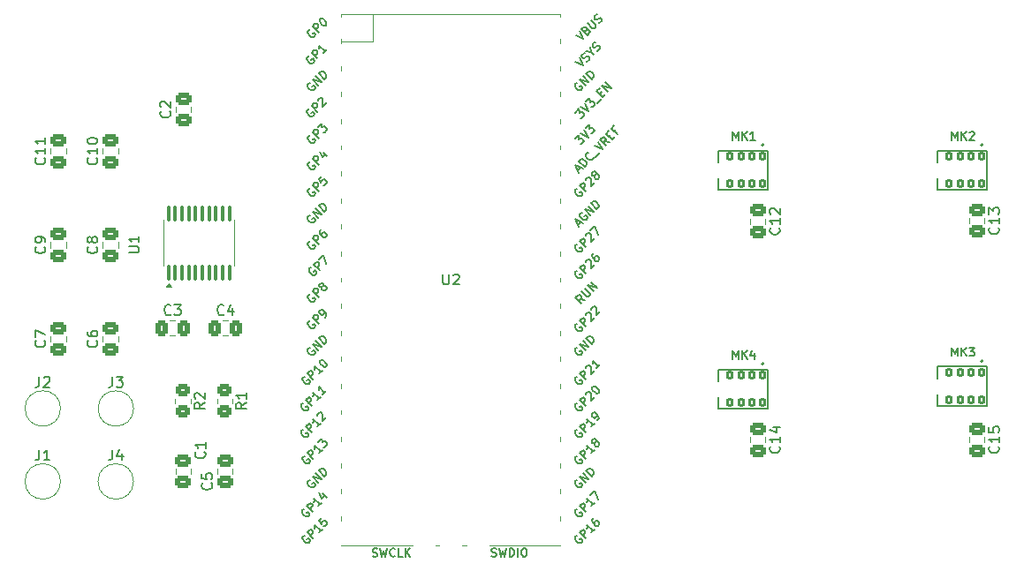
<source format=gto>
G04 #@! TF.GenerationSoftware,KiCad,Pcbnew,8.0.8*
G04 #@! TF.CreationDate,2025-04-19T00:37:25+02:00*
G04 #@! TF.ProjectId,noise_reduction_microphone,6e6f6973-655f-4726-9564-756374696f6e,rev?*
G04 #@! TF.SameCoordinates,Original*
G04 #@! TF.FileFunction,Legend,Top*
G04 #@! TF.FilePolarity,Positive*
%FSLAX46Y46*%
G04 Gerber Fmt 4.6, Leading zero omitted, Abs format (unit mm)*
G04 Created by KiCad (PCBNEW 8.0.8) date 2025-04-19 00:37:25*
%MOMM*%
%LPD*%
G01*
G04 APERTURE LIST*
G04 Aperture macros list*
%AMRoundRect*
0 Rectangle with rounded corners*
0 $1 Rounding radius*
0 $2 $3 $4 $5 $6 $7 $8 $9 X,Y pos of 4 corners*
0 Add a 4 corners polygon primitive as box body*
4,1,4,$2,$3,$4,$5,$6,$7,$8,$9,$2,$3,0*
0 Add four circle primitives for the rounded corners*
1,1,$1+$1,$2,$3*
1,1,$1+$1,$4,$5*
1,1,$1+$1,$6,$7*
1,1,$1+$1,$8,$9*
0 Add four rect primitives between the rounded corners*
20,1,$1+$1,$2,$3,$4,$5,0*
20,1,$1+$1,$4,$5,$6,$7,0*
20,1,$1+$1,$6,$7,$8,$9,0*
20,1,$1+$1,$8,$9,$2,$3,0*%
G04 Aperture macros list end*
%ADD10C,0.150000*%
%ADD11C,0.120000*%
%ADD12C,0.200000*%
%ADD13C,0.127000*%
%ADD14C,0.880000*%
%ADD15C,3.000000*%
%ADD16O,1.800000X1.800000*%
%ADD17O,1.500000X1.500000*%
%ADD18O,1.700000X1.700000*%
%ADD19R,3.500000X1.700000*%
%ADD20R,1.700000X1.700000*%
%ADD21R,1.700000X3.500000*%
%ADD22RoundRect,0.100000X0.100000X-0.637500X0.100000X0.637500X-0.100000X0.637500X-0.100000X-0.637500X0*%
%ADD23RoundRect,0.250000X-0.450000X0.350000X-0.450000X-0.350000X0.450000X-0.350000X0.450000X0.350000X0*%
%ADD24RoundRect,0.102000X-0.200000X-0.300000X0.200000X-0.300000X0.200000X0.300000X-0.200000X0.300000X0*%
%ADD25C,0.750000*%
%ADD26RoundRect,0.250000X-0.475000X0.337500X-0.475000X-0.337500X0.475000X-0.337500X0.475000X0.337500X0*%
%ADD27RoundRect,0.250000X0.475000X-0.337500X0.475000X0.337500X-0.475000X0.337500X-0.475000X-0.337500X0*%
%ADD28RoundRect,0.250000X-0.337500X-0.475000X0.337500X-0.475000X0.337500X0.475000X-0.337500X0.475000X0*%
G04 APERTURE END LIST*
D10*
X85666666Y-117956819D02*
X85666666Y-118671104D01*
X85666666Y-118671104D02*
X85619047Y-118813961D01*
X85619047Y-118813961D02*
X85523809Y-118909200D01*
X85523809Y-118909200D02*
X85380952Y-118956819D01*
X85380952Y-118956819D02*
X85285714Y-118956819D01*
X86571428Y-118290152D02*
X86571428Y-118956819D01*
X86333333Y-117909200D02*
X86095238Y-118623485D01*
X86095238Y-118623485D02*
X86714285Y-118623485D01*
X85666666Y-110956819D02*
X85666666Y-111671104D01*
X85666666Y-111671104D02*
X85619047Y-111813961D01*
X85619047Y-111813961D02*
X85523809Y-111909200D01*
X85523809Y-111909200D02*
X85380952Y-111956819D01*
X85380952Y-111956819D02*
X85285714Y-111956819D01*
X86047619Y-110956819D02*
X86666666Y-110956819D01*
X86666666Y-110956819D02*
X86333333Y-111337771D01*
X86333333Y-111337771D02*
X86476190Y-111337771D01*
X86476190Y-111337771D02*
X86571428Y-111385390D01*
X86571428Y-111385390D02*
X86619047Y-111433009D01*
X86619047Y-111433009D02*
X86666666Y-111528247D01*
X86666666Y-111528247D02*
X86666666Y-111766342D01*
X86666666Y-111766342D02*
X86619047Y-111861580D01*
X86619047Y-111861580D02*
X86571428Y-111909200D01*
X86571428Y-111909200D02*
X86476190Y-111956819D01*
X86476190Y-111956819D02*
X86190476Y-111956819D01*
X86190476Y-111956819D02*
X86095238Y-111909200D01*
X86095238Y-111909200D02*
X86047619Y-111861580D01*
X78666666Y-110956819D02*
X78666666Y-111671104D01*
X78666666Y-111671104D02*
X78619047Y-111813961D01*
X78619047Y-111813961D02*
X78523809Y-111909200D01*
X78523809Y-111909200D02*
X78380952Y-111956819D01*
X78380952Y-111956819D02*
X78285714Y-111956819D01*
X79095238Y-111052057D02*
X79142857Y-111004438D01*
X79142857Y-111004438D02*
X79238095Y-110956819D01*
X79238095Y-110956819D02*
X79476190Y-110956819D01*
X79476190Y-110956819D02*
X79571428Y-111004438D01*
X79571428Y-111004438D02*
X79619047Y-111052057D01*
X79619047Y-111052057D02*
X79666666Y-111147295D01*
X79666666Y-111147295D02*
X79666666Y-111242533D01*
X79666666Y-111242533D02*
X79619047Y-111385390D01*
X79619047Y-111385390D02*
X79047619Y-111956819D01*
X79047619Y-111956819D02*
X79666666Y-111956819D01*
X78666666Y-117956819D02*
X78666666Y-118671104D01*
X78666666Y-118671104D02*
X78619047Y-118813961D01*
X78619047Y-118813961D02*
X78523809Y-118909200D01*
X78523809Y-118909200D02*
X78380952Y-118956819D01*
X78380952Y-118956819D02*
X78285714Y-118956819D01*
X79666666Y-118956819D02*
X79095238Y-118956819D01*
X79380952Y-118956819D02*
X79380952Y-117956819D01*
X79380952Y-117956819D02*
X79285714Y-118099676D01*
X79285714Y-118099676D02*
X79190476Y-118194914D01*
X79190476Y-118194914D02*
X79095238Y-118242533D01*
X117348095Y-101104819D02*
X117348095Y-101914342D01*
X117348095Y-101914342D02*
X117395714Y-102009580D01*
X117395714Y-102009580D02*
X117443333Y-102057200D01*
X117443333Y-102057200D02*
X117538571Y-102104819D01*
X117538571Y-102104819D02*
X117729047Y-102104819D01*
X117729047Y-102104819D02*
X117824285Y-102057200D01*
X117824285Y-102057200D02*
X117871904Y-102009580D01*
X117871904Y-102009580D02*
X117919523Y-101914342D01*
X117919523Y-101914342D02*
X117919523Y-101104819D01*
X118348095Y-101200057D02*
X118395714Y-101152438D01*
X118395714Y-101152438D02*
X118490952Y-101104819D01*
X118490952Y-101104819D02*
X118729047Y-101104819D01*
X118729047Y-101104819D02*
X118824285Y-101152438D01*
X118824285Y-101152438D02*
X118871904Y-101200057D01*
X118871904Y-101200057D02*
X118919523Y-101295295D01*
X118919523Y-101295295D02*
X118919523Y-101390533D01*
X118919523Y-101390533D02*
X118871904Y-101533390D01*
X118871904Y-101533390D02*
X118300476Y-102104819D01*
X118300476Y-102104819D02*
X118919523Y-102104819D01*
X103953998Y-113470868D02*
X103873185Y-113497805D01*
X103873185Y-113497805D02*
X103792373Y-113578618D01*
X103792373Y-113578618D02*
X103738498Y-113686367D01*
X103738498Y-113686367D02*
X103738498Y-113794117D01*
X103738498Y-113794117D02*
X103765436Y-113874929D01*
X103765436Y-113874929D02*
X103846248Y-114009616D01*
X103846248Y-114009616D02*
X103927060Y-114090428D01*
X103927060Y-114090428D02*
X104061747Y-114171241D01*
X104061747Y-114171241D02*
X104142560Y-114198178D01*
X104142560Y-114198178D02*
X104250309Y-114198178D01*
X104250309Y-114198178D02*
X104358059Y-114144303D01*
X104358059Y-114144303D02*
X104411934Y-114090428D01*
X104411934Y-114090428D02*
X104465808Y-113982679D01*
X104465808Y-113982679D02*
X104465808Y-113928804D01*
X104465808Y-113928804D02*
X104277247Y-113740242D01*
X104277247Y-113740242D02*
X104169497Y-113847992D01*
X104762120Y-113740242D02*
X104196434Y-113174557D01*
X104196434Y-113174557D02*
X104411934Y-112959057D01*
X104411934Y-112959057D02*
X104492746Y-112932120D01*
X104492746Y-112932120D02*
X104546621Y-112932120D01*
X104546621Y-112932120D02*
X104627433Y-112959057D01*
X104627433Y-112959057D02*
X104708245Y-113039870D01*
X104708245Y-113039870D02*
X104735182Y-113120682D01*
X104735182Y-113120682D02*
X104735182Y-113174557D01*
X104735182Y-113174557D02*
X104708245Y-113255369D01*
X104708245Y-113255369D02*
X104492746Y-113470868D01*
X105624117Y-112878245D02*
X105300868Y-113201494D01*
X105462492Y-113039870D02*
X104896807Y-112474184D01*
X104896807Y-112474184D02*
X104923744Y-112608871D01*
X104923744Y-112608871D02*
X104923744Y-112716621D01*
X104923744Y-112716621D02*
X104896807Y-112797433D01*
X106162865Y-112339497D02*
X105839616Y-112662746D01*
X106001240Y-112501121D02*
X105435555Y-111935436D01*
X105435555Y-111935436D02*
X105462492Y-112070123D01*
X105462492Y-112070123D02*
X105462492Y-112177873D01*
X105462492Y-112177873D02*
X105435555Y-112258685D01*
X130261873Y-96391240D02*
X130531247Y-96121866D01*
X130369623Y-96606739D02*
X129992499Y-95852492D01*
X129992499Y-95852492D02*
X130746746Y-96229615D01*
X130692871Y-95205994D02*
X130612059Y-95232932D01*
X130612059Y-95232932D02*
X130531247Y-95313744D01*
X130531247Y-95313744D02*
X130477372Y-95421494D01*
X130477372Y-95421494D02*
X130477372Y-95529243D01*
X130477372Y-95529243D02*
X130504310Y-95610055D01*
X130504310Y-95610055D02*
X130585122Y-95744742D01*
X130585122Y-95744742D02*
X130665934Y-95825555D01*
X130665934Y-95825555D02*
X130800621Y-95906367D01*
X130800621Y-95906367D02*
X130881433Y-95933304D01*
X130881433Y-95933304D02*
X130989183Y-95933304D01*
X130989183Y-95933304D02*
X131096932Y-95879429D01*
X131096932Y-95879429D02*
X131150807Y-95825555D01*
X131150807Y-95825555D02*
X131204682Y-95717805D01*
X131204682Y-95717805D02*
X131204682Y-95663930D01*
X131204682Y-95663930D02*
X131016120Y-95475368D01*
X131016120Y-95475368D02*
X130908371Y-95583118D01*
X131500993Y-95475368D02*
X130935308Y-94909683D01*
X130935308Y-94909683D02*
X131824242Y-95152120D01*
X131824242Y-95152120D02*
X131258557Y-94586434D01*
X132093616Y-94882746D02*
X131527931Y-94317060D01*
X131527931Y-94317060D02*
X131662618Y-94182373D01*
X131662618Y-94182373D02*
X131770367Y-94128498D01*
X131770367Y-94128498D02*
X131878117Y-94128498D01*
X131878117Y-94128498D02*
X131958929Y-94155436D01*
X131958929Y-94155436D02*
X132093616Y-94236248D01*
X132093616Y-94236248D02*
X132174428Y-94317060D01*
X132174428Y-94317060D02*
X132255241Y-94451747D01*
X132255241Y-94451747D02*
X132282178Y-94532560D01*
X132282178Y-94532560D02*
X132282178Y-94640309D01*
X132282178Y-94640309D02*
X132228303Y-94748059D01*
X132228303Y-94748059D02*
X132093616Y-94882746D01*
X130196435Y-120848431D02*
X130115623Y-120875368D01*
X130115623Y-120875368D02*
X130034811Y-120956180D01*
X130034811Y-120956180D02*
X129980936Y-121063930D01*
X129980936Y-121063930D02*
X129980936Y-121171680D01*
X129980936Y-121171680D02*
X130007873Y-121252492D01*
X130007873Y-121252492D02*
X130088685Y-121387179D01*
X130088685Y-121387179D02*
X130169498Y-121467991D01*
X130169498Y-121467991D02*
X130304185Y-121548803D01*
X130304185Y-121548803D02*
X130384997Y-121575741D01*
X130384997Y-121575741D02*
X130492746Y-121575741D01*
X130492746Y-121575741D02*
X130600496Y-121521866D01*
X130600496Y-121521866D02*
X130654371Y-121467991D01*
X130654371Y-121467991D02*
X130708246Y-121360241D01*
X130708246Y-121360241D02*
X130708246Y-121306367D01*
X130708246Y-121306367D02*
X130519684Y-121117805D01*
X130519684Y-121117805D02*
X130411934Y-121225554D01*
X131004557Y-121117805D02*
X130438872Y-120552119D01*
X130438872Y-120552119D02*
X131327806Y-120794556D01*
X131327806Y-120794556D02*
X130762120Y-120228871D01*
X131597180Y-120525182D02*
X131031494Y-119959497D01*
X131031494Y-119959497D02*
X131166181Y-119824810D01*
X131166181Y-119824810D02*
X131273931Y-119770935D01*
X131273931Y-119770935D02*
X131381680Y-119770935D01*
X131381680Y-119770935D02*
X131462493Y-119797872D01*
X131462493Y-119797872D02*
X131597180Y-119878685D01*
X131597180Y-119878685D02*
X131677992Y-119959497D01*
X131677992Y-119959497D02*
X131758804Y-120094184D01*
X131758804Y-120094184D02*
X131785741Y-120174996D01*
X131785741Y-120174996D02*
X131785741Y-120282746D01*
X131785741Y-120282746D02*
X131731867Y-120390495D01*
X131731867Y-120390495D02*
X131597180Y-120525182D01*
X130063406Y-78177585D02*
X130817653Y-78554709D01*
X130817653Y-78554709D02*
X130440529Y-77800462D01*
X131087027Y-77692712D02*
X131194776Y-77638838D01*
X131194776Y-77638838D02*
X131248651Y-77638838D01*
X131248651Y-77638838D02*
X131329463Y-77665775D01*
X131329463Y-77665775D02*
X131410276Y-77746587D01*
X131410276Y-77746587D02*
X131437213Y-77827399D01*
X131437213Y-77827399D02*
X131437213Y-77881274D01*
X131437213Y-77881274D02*
X131410276Y-77962086D01*
X131410276Y-77962086D02*
X131194776Y-78177586D01*
X131194776Y-78177586D02*
X130629091Y-77611900D01*
X130629091Y-77611900D02*
X130817653Y-77423338D01*
X130817653Y-77423338D02*
X130898465Y-77396401D01*
X130898465Y-77396401D02*
X130952340Y-77396401D01*
X130952340Y-77396401D02*
X131033152Y-77423338D01*
X131033152Y-77423338D02*
X131087027Y-77477213D01*
X131087027Y-77477213D02*
X131113964Y-77558025D01*
X131113964Y-77558025D02*
X131113964Y-77611900D01*
X131113964Y-77611900D02*
X131087027Y-77692712D01*
X131087027Y-77692712D02*
X130898465Y-77881274D01*
X131194776Y-77046215D02*
X131652712Y-77504151D01*
X131652712Y-77504151D02*
X131733524Y-77531088D01*
X131733524Y-77531088D02*
X131787399Y-77531088D01*
X131787399Y-77531088D02*
X131868211Y-77504151D01*
X131868211Y-77504151D02*
X131975961Y-77396401D01*
X131975961Y-77396401D02*
X132002898Y-77315589D01*
X132002898Y-77315589D02*
X132002898Y-77261714D01*
X132002898Y-77261714D02*
X131975961Y-77180902D01*
X131975961Y-77180902D02*
X131518025Y-76722966D01*
X132299210Y-77019277D02*
X132406959Y-76965403D01*
X132406959Y-76965403D02*
X132541646Y-76830716D01*
X132541646Y-76830716D02*
X132568584Y-76749903D01*
X132568584Y-76749903D02*
X132568584Y-76696029D01*
X132568584Y-76696029D02*
X132541646Y-76615216D01*
X132541646Y-76615216D02*
X132487771Y-76561342D01*
X132487771Y-76561342D02*
X132406959Y-76534404D01*
X132406959Y-76534404D02*
X132353084Y-76534404D01*
X132353084Y-76534404D02*
X132272272Y-76561342D01*
X132272272Y-76561342D02*
X132137585Y-76642154D01*
X132137585Y-76642154D02*
X132056773Y-76669091D01*
X132056773Y-76669091D02*
X132002898Y-76669091D01*
X132002898Y-76669091D02*
X131922086Y-76642154D01*
X131922086Y-76642154D02*
X131868211Y-76588279D01*
X131868211Y-76588279D02*
X131841274Y-76507467D01*
X131841274Y-76507467D02*
X131841274Y-76453592D01*
X131841274Y-76453592D02*
X131868211Y-76372780D01*
X131868211Y-76372780D02*
X132002898Y-76238093D01*
X132002898Y-76238093D02*
X132110648Y-76184218D01*
X130196435Y-82748431D02*
X130115623Y-82775368D01*
X130115623Y-82775368D02*
X130034811Y-82856180D01*
X130034811Y-82856180D02*
X129980936Y-82963930D01*
X129980936Y-82963930D02*
X129980936Y-83071680D01*
X129980936Y-83071680D02*
X130007873Y-83152492D01*
X130007873Y-83152492D02*
X130088685Y-83287179D01*
X130088685Y-83287179D02*
X130169498Y-83367991D01*
X130169498Y-83367991D02*
X130304185Y-83448803D01*
X130304185Y-83448803D02*
X130384997Y-83475741D01*
X130384997Y-83475741D02*
X130492746Y-83475741D01*
X130492746Y-83475741D02*
X130600496Y-83421866D01*
X130600496Y-83421866D02*
X130654371Y-83367991D01*
X130654371Y-83367991D02*
X130708246Y-83260241D01*
X130708246Y-83260241D02*
X130708246Y-83206367D01*
X130708246Y-83206367D02*
X130519684Y-83017805D01*
X130519684Y-83017805D02*
X130411934Y-83125554D01*
X131004557Y-83017805D02*
X130438872Y-82452119D01*
X130438872Y-82452119D02*
X131327806Y-82694556D01*
X131327806Y-82694556D02*
X130762120Y-82128871D01*
X131597180Y-82425182D02*
X131031494Y-81859497D01*
X131031494Y-81859497D02*
X131166181Y-81724810D01*
X131166181Y-81724810D02*
X131273931Y-81670935D01*
X131273931Y-81670935D02*
X131381680Y-81670935D01*
X131381680Y-81670935D02*
X131462493Y-81697872D01*
X131462493Y-81697872D02*
X131597180Y-81778685D01*
X131597180Y-81778685D02*
X131677992Y-81859497D01*
X131677992Y-81859497D02*
X131758804Y-81994184D01*
X131758804Y-81994184D02*
X131785741Y-82074996D01*
X131785741Y-82074996D02*
X131785741Y-82182746D01*
X131785741Y-82182746D02*
X131731867Y-82290495D01*
X131731867Y-82290495D02*
X131597180Y-82425182D01*
X104099998Y-118550868D02*
X104019185Y-118577805D01*
X104019185Y-118577805D02*
X103938373Y-118658618D01*
X103938373Y-118658618D02*
X103884498Y-118766367D01*
X103884498Y-118766367D02*
X103884498Y-118874117D01*
X103884498Y-118874117D02*
X103911436Y-118954929D01*
X103911436Y-118954929D02*
X103992248Y-119089616D01*
X103992248Y-119089616D02*
X104073060Y-119170428D01*
X104073060Y-119170428D02*
X104207747Y-119251241D01*
X104207747Y-119251241D02*
X104288560Y-119278178D01*
X104288560Y-119278178D02*
X104396309Y-119278178D01*
X104396309Y-119278178D02*
X104504059Y-119224303D01*
X104504059Y-119224303D02*
X104557934Y-119170428D01*
X104557934Y-119170428D02*
X104611808Y-119062679D01*
X104611808Y-119062679D02*
X104611808Y-119008804D01*
X104611808Y-119008804D02*
X104423247Y-118820242D01*
X104423247Y-118820242D02*
X104315497Y-118927992D01*
X104908120Y-118820242D02*
X104342434Y-118254557D01*
X104342434Y-118254557D02*
X104557934Y-118039057D01*
X104557934Y-118039057D02*
X104638746Y-118012120D01*
X104638746Y-118012120D02*
X104692621Y-118012120D01*
X104692621Y-118012120D02*
X104773433Y-118039057D01*
X104773433Y-118039057D02*
X104854245Y-118119870D01*
X104854245Y-118119870D02*
X104881182Y-118200682D01*
X104881182Y-118200682D02*
X104881182Y-118254557D01*
X104881182Y-118254557D02*
X104854245Y-118335369D01*
X104854245Y-118335369D02*
X104638746Y-118550868D01*
X105770117Y-117958245D02*
X105446868Y-118281494D01*
X105608492Y-118119870D02*
X105042807Y-117554184D01*
X105042807Y-117554184D02*
X105069744Y-117688871D01*
X105069744Y-117688871D02*
X105069744Y-117796621D01*
X105069744Y-117796621D02*
X105042807Y-117877433D01*
X105392993Y-117203998D02*
X105743179Y-116853812D01*
X105743179Y-116853812D02*
X105770117Y-117257873D01*
X105770117Y-117257873D02*
X105850929Y-117177060D01*
X105850929Y-117177060D02*
X105931741Y-117150123D01*
X105931741Y-117150123D02*
X105985616Y-117150123D01*
X105985616Y-117150123D02*
X106066428Y-117177060D01*
X106066428Y-117177060D02*
X106201115Y-117311747D01*
X106201115Y-117311747D02*
X106228053Y-117392560D01*
X106228053Y-117392560D02*
X106228053Y-117446434D01*
X106228053Y-117446434D02*
X106201115Y-117527247D01*
X106201115Y-117527247D02*
X106039491Y-117688871D01*
X106039491Y-117688871D02*
X105958679Y-117715808D01*
X105958679Y-117715808D02*
X105904804Y-117715808D01*
X130265064Y-91184049D02*
X130534438Y-90914675D01*
X130372813Y-91399549D02*
X129995690Y-90645301D01*
X129995690Y-90645301D02*
X130749937Y-91022425D01*
X130938499Y-90833863D02*
X130372813Y-90268178D01*
X130372813Y-90268178D02*
X130507500Y-90133491D01*
X130507500Y-90133491D02*
X130615250Y-90079616D01*
X130615250Y-90079616D02*
X130722999Y-90079616D01*
X130722999Y-90079616D02*
X130803812Y-90106553D01*
X130803812Y-90106553D02*
X130938499Y-90187366D01*
X130938499Y-90187366D02*
X131019311Y-90268178D01*
X131019311Y-90268178D02*
X131100123Y-90402865D01*
X131100123Y-90402865D02*
X131127060Y-90483677D01*
X131127060Y-90483677D02*
X131127060Y-90591427D01*
X131127060Y-90591427D02*
X131073186Y-90699176D01*
X131073186Y-90699176D02*
X130938499Y-90833863D01*
X131773558Y-89891054D02*
X131773558Y-89944929D01*
X131773558Y-89944929D02*
X131719683Y-90052679D01*
X131719683Y-90052679D02*
X131665808Y-90106553D01*
X131665808Y-90106553D02*
X131558059Y-90160428D01*
X131558059Y-90160428D02*
X131450309Y-90160428D01*
X131450309Y-90160428D02*
X131369497Y-90133491D01*
X131369497Y-90133491D02*
X131234810Y-90052679D01*
X131234810Y-90052679D02*
X131153998Y-89971866D01*
X131153998Y-89971866D02*
X131073186Y-89837179D01*
X131073186Y-89837179D02*
X131046248Y-89756367D01*
X131046248Y-89756367D02*
X131046248Y-89648618D01*
X131046248Y-89648618D02*
X131100123Y-89540868D01*
X131100123Y-89540868D02*
X131153998Y-89486993D01*
X131153998Y-89486993D02*
X131261747Y-89433118D01*
X131261747Y-89433118D02*
X131315622Y-89433118D01*
X131989057Y-89891054D02*
X132420056Y-89460056D01*
X131854370Y-88786621D02*
X132608618Y-89163744D01*
X132608618Y-89163744D02*
X132231494Y-88409497D01*
X133308990Y-88463372D02*
X132851054Y-88382560D01*
X132985741Y-88786621D02*
X132420056Y-88220935D01*
X132420056Y-88220935D02*
X132635555Y-88005436D01*
X132635555Y-88005436D02*
X132716367Y-87978499D01*
X132716367Y-87978499D02*
X132770242Y-87978499D01*
X132770242Y-87978499D02*
X132851054Y-88005436D01*
X132851054Y-88005436D02*
X132931866Y-88086248D01*
X132931866Y-88086248D02*
X132958804Y-88167061D01*
X132958804Y-88167061D02*
X132958804Y-88220935D01*
X132958804Y-88220935D02*
X132931866Y-88301748D01*
X132931866Y-88301748D02*
X132716367Y-88517247D01*
X133255115Y-87924624D02*
X133443677Y-87736062D01*
X133820800Y-87951561D02*
X133551426Y-88220935D01*
X133551426Y-88220935D02*
X132985741Y-87655250D01*
X132985741Y-87655250D02*
X133255115Y-87385876D01*
X133955488Y-87224251D02*
X133766926Y-87412813D01*
X134063237Y-87709125D02*
X133497552Y-87143439D01*
X133497552Y-87143439D02*
X133766926Y-86874065D01*
X104623372Y-90341494D02*
X104542560Y-90368431D01*
X104542560Y-90368431D02*
X104461748Y-90449243D01*
X104461748Y-90449243D02*
X104407873Y-90556993D01*
X104407873Y-90556993D02*
X104407873Y-90664742D01*
X104407873Y-90664742D02*
X104434810Y-90745555D01*
X104434810Y-90745555D02*
X104515623Y-90880242D01*
X104515623Y-90880242D02*
X104596435Y-90961054D01*
X104596435Y-90961054D02*
X104731122Y-91041866D01*
X104731122Y-91041866D02*
X104811934Y-91068803D01*
X104811934Y-91068803D02*
X104919684Y-91068803D01*
X104919684Y-91068803D02*
X105027433Y-91014929D01*
X105027433Y-91014929D02*
X105081308Y-90961054D01*
X105081308Y-90961054D02*
X105135183Y-90853304D01*
X105135183Y-90853304D02*
X105135183Y-90799429D01*
X105135183Y-90799429D02*
X104946621Y-90610868D01*
X104946621Y-90610868D02*
X104838871Y-90718617D01*
X105431494Y-90610868D02*
X104865809Y-90045182D01*
X104865809Y-90045182D02*
X105081308Y-89829683D01*
X105081308Y-89829683D02*
X105162120Y-89802746D01*
X105162120Y-89802746D02*
X105215995Y-89802746D01*
X105215995Y-89802746D02*
X105296807Y-89829683D01*
X105296807Y-89829683D02*
X105377619Y-89910495D01*
X105377619Y-89910495D02*
X105404557Y-89991307D01*
X105404557Y-89991307D02*
X105404557Y-90045182D01*
X105404557Y-90045182D02*
X105377619Y-90125994D01*
X105377619Y-90125994D02*
X105162120Y-90341494D01*
X105862493Y-89425622D02*
X106239616Y-89802746D01*
X105512306Y-89344810D02*
X105781680Y-89883558D01*
X105781680Y-89883558D02*
X106131867Y-89533372D01*
X104723372Y-100471494D02*
X104642560Y-100498431D01*
X104642560Y-100498431D02*
X104561748Y-100579243D01*
X104561748Y-100579243D02*
X104507873Y-100686993D01*
X104507873Y-100686993D02*
X104507873Y-100794742D01*
X104507873Y-100794742D02*
X104534810Y-100875555D01*
X104534810Y-100875555D02*
X104615623Y-101010242D01*
X104615623Y-101010242D02*
X104696435Y-101091054D01*
X104696435Y-101091054D02*
X104831122Y-101171866D01*
X104831122Y-101171866D02*
X104911934Y-101198803D01*
X104911934Y-101198803D02*
X105019684Y-101198803D01*
X105019684Y-101198803D02*
X105127433Y-101144929D01*
X105127433Y-101144929D02*
X105181308Y-101091054D01*
X105181308Y-101091054D02*
X105235183Y-100983304D01*
X105235183Y-100983304D02*
X105235183Y-100929429D01*
X105235183Y-100929429D02*
X105046621Y-100740868D01*
X105046621Y-100740868D02*
X104938871Y-100848617D01*
X105531494Y-100740868D02*
X104965809Y-100175182D01*
X104965809Y-100175182D02*
X105181308Y-99959683D01*
X105181308Y-99959683D02*
X105262120Y-99932746D01*
X105262120Y-99932746D02*
X105315995Y-99932746D01*
X105315995Y-99932746D02*
X105396807Y-99959683D01*
X105396807Y-99959683D02*
X105477619Y-100040495D01*
X105477619Y-100040495D02*
X105504557Y-100121307D01*
X105504557Y-100121307D02*
X105504557Y-100175182D01*
X105504557Y-100175182D02*
X105477619Y-100255994D01*
X105477619Y-100255994D02*
X105262120Y-100471494D01*
X105477619Y-99663372D02*
X105854743Y-99286248D01*
X105854743Y-99286248D02*
X106177992Y-100094370D01*
X104099998Y-126170868D02*
X104019185Y-126197805D01*
X104019185Y-126197805D02*
X103938373Y-126278618D01*
X103938373Y-126278618D02*
X103884498Y-126386367D01*
X103884498Y-126386367D02*
X103884498Y-126494117D01*
X103884498Y-126494117D02*
X103911436Y-126574929D01*
X103911436Y-126574929D02*
X103992248Y-126709616D01*
X103992248Y-126709616D02*
X104073060Y-126790428D01*
X104073060Y-126790428D02*
X104207747Y-126871241D01*
X104207747Y-126871241D02*
X104288560Y-126898178D01*
X104288560Y-126898178D02*
X104396309Y-126898178D01*
X104396309Y-126898178D02*
X104504059Y-126844303D01*
X104504059Y-126844303D02*
X104557934Y-126790428D01*
X104557934Y-126790428D02*
X104611808Y-126682679D01*
X104611808Y-126682679D02*
X104611808Y-126628804D01*
X104611808Y-126628804D02*
X104423247Y-126440242D01*
X104423247Y-126440242D02*
X104315497Y-126547992D01*
X104908120Y-126440242D02*
X104342434Y-125874557D01*
X104342434Y-125874557D02*
X104557934Y-125659057D01*
X104557934Y-125659057D02*
X104638746Y-125632120D01*
X104638746Y-125632120D02*
X104692621Y-125632120D01*
X104692621Y-125632120D02*
X104773433Y-125659057D01*
X104773433Y-125659057D02*
X104854245Y-125739870D01*
X104854245Y-125739870D02*
X104881182Y-125820682D01*
X104881182Y-125820682D02*
X104881182Y-125874557D01*
X104881182Y-125874557D02*
X104854245Y-125955369D01*
X104854245Y-125955369D02*
X104638746Y-126170868D01*
X105770117Y-125578245D02*
X105446868Y-125901494D01*
X105608492Y-125739870D02*
X105042807Y-125174184D01*
X105042807Y-125174184D02*
X105069744Y-125308871D01*
X105069744Y-125308871D02*
X105069744Y-125416621D01*
X105069744Y-125416621D02*
X105042807Y-125497433D01*
X105716242Y-124500749D02*
X105446868Y-124770123D01*
X105446868Y-124770123D02*
X105689305Y-125066434D01*
X105689305Y-125066434D02*
X105689305Y-125012560D01*
X105689305Y-125012560D02*
X105716242Y-124931747D01*
X105716242Y-124931747D02*
X105850929Y-124797060D01*
X105850929Y-124797060D02*
X105931741Y-124770123D01*
X105931741Y-124770123D02*
X105985616Y-124770123D01*
X105985616Y-124770123D02*
X106066428Y-124797060D01*
X106066428Y-124797060D02*
X106201115Y-124931747D01*
X106201115Y-124931747D02*
X106228053Y-125012560D01*
X106228053Y-125012560D02*
X106228053Y-125066434D01*
X106228053Y-125066434D02*
X106201115Y-125147247D01*
X106201115Y-125147247D02*
X106066428Y-125281934D01*
X106066428Y-125281934D02*
X105985616Y-125308871D01*
X105985616Y-125308871D02*
X105931741Y-125308871D01*
X130207998Y-123630868D02*
X130127185Y-123657805D01*
X130127185Y-123657805D02*
X130046373Y-123738618D01*
X130046373Y-123738618D02*
X129992498Y-123846367D01*
X129992498Y-123846367D02*
X129992498Y-123954117D01*
X129992498Y-123954117D02*
X130019436Y-124034929D01*
X130019436Y-124034929D02*
X130100248Y-124169616D01*
X130100248Y-124169616D02*
X130181060Y-124250428D01*
X130181060Y-124250428D02*
X130315747Y-124331241D01*
X130315747Y-124331241D02*
X130396560Y-124358178D01*
X130396560Y-124358178D02*
X130504309Y-124358178D01*
X130504309Y-124358178D02*
X130612059Y-124304303D01*
X130612059Y-124304303D02*
X130665934Y-124250428D01*
X130665934Y-124250428D02*
X130719808Y-124142679D01*
X130719808Y-124142679D02*
X130719808Y-124088804D01*
X130719808Y-124088804D02*
X130531247Y-123900242D01*
X130531247Y-123900242D02*
X130423497Y-124007992D01*
X131016120Y-123900242D02*
X130450434Y-123334557D01*
X130450434Y-123334557D02*
X130665934Y-123119057D01*
X130665934Y-123119057D02*
X130746746Y-123092120D01*
X130746746Y-123092120D02*
X130800621Y-123092120D01*
X130800621Y-123092120D02*
X130881433Y-123119057D01*
X130881433Y-123119057D02*
X130962245Y-123199870D01*
X130962245Y-123199870D02*
X130989182Y-123280682D01*
X130989182Y-123280682D02*
X130989182Y-123334557D01*
X130989182Y-123334557D02*
X130962245Y-123415369D01*
X130962245Y-123415369D02*
X130746746Y-123630868D01*
X131878117Y-123038245D02*
X131554868Y-123361494D01*
X131716492Y-123199870D02*
X131150807Y-122634184D01*
X131150807Y-122634184D02*
X131177744Y-122768871D01*
X131177744Y-122768871D02*
X131177744Y-122876621D01*
X131177744Y-122876621D02*
X131150807Y-122957433D01*
X131500993Y-122283998D02*
X131878117Y-121906874D01*
X131878117Y-121906874D02*
X132201366Y-122714996D01*
X130207998Y-100770868D02*
X130127185Y-100797805D01*
X130127185Y-100797805D02*
X130046373Y-100878618D01*
X130046373Y-100878618D02*
X129992498Y-100986367D01*
X129992498Y-100986367D02*
X129992498Y-101094117D01*
X129992498Y-101094117D02*
X130019436Y-101174929D01*
X130019436Y-101174929D02*
X130100248Y-101309616D01*
X130100248Y-101309616D02*
X130181060Y-101390428D01*
X130181060Y-101390428D02*
X130315747Y-101471241D01*
X130315747Y-101471241D02*
X130396560Y-101498178D01*
X130396560Y-101498178D02*
X130504309Y-101498178D01*
X130504309Y-101498178D02*
X130612059Y-101444303D01*
X130612059Y-101444303D02*
X130665934Y-101390428D01*
X130665934Y-101390428D02*
X130719808Y-101282679D01*
X130719808Y-101282679D02*
X130719808Y-101228804D01*
X130719808Y-101228804D02*
X130531247Y-101040242D01*
X130531247Y-101040242D02*
X130423497Y-101147992D01*
X131016120Y-101040242D02*
X130450434Y-100474557D01*
X130450434Y-100474557D02*
X130665934Y-100259057D01*
X130665934Y-100259057D02*
X130746746Y-100232120D01*
X130746746Y-100232120D02*
X130800621Y-100232120D01*
X130800621Y-100232120D02*
X130881433Y-100259057D01*
X130881433Y-100259057D02*
X130962245Y-100339870D01*
X130962245Y-100339870D02*
X130989182Y-100420682D01*
X130989182Y-100420682D02*
X130989182Y-100474557D01*
X130989182Y-100474557D02*
X130962245Y-100555369D01*
X130962245Y-100555369D02*
X130746746Y-100770868D01*
X131043057Y-99989683D02*
X131043057Y-99935809D01*
X131043057Y-99935809D02*
X131069995Y-99854996D01*
X131069995Y-99854996D02*
X131204682Y-99720309D01*
X131204682Y-99720309D02*
X131285494Y-99693372D01*
X131285494Y-99693372D02*
X131339369Y-99693372D01*
X131339369Y-99693372D02*
X131420181Y-99720309D01*
X131420181Y-99720309D02*
X131474056Y-99774184D01*
X131474056Y-99774184D02*
X131527930Y-99881934D01*
X131527930Y-99881934D02*
X131527930Y-100528431D01*
X131527930Y-100528431D02*
X131878117Y-100178245D01*
X131797305Y-99127686D02*
X131689555Y-99235436D01*
X131689555Y-99235436D02*
X131662618Y-99316248D01*
X131662618Y-99316248D02*
X131662618Y-99370123D01*
X131662618Y-99370123D02*
X131689555Y-99504810D01*
X131689555Y-99504810D02*
X131770367Y-99639497D01*
X131770367Y-99639497D02*
X131985866Y-99854996D01*
X131985866Y-99854996D02*
X132066679Y-99881934D01*
X132066679Y-99881934D02*
X132120553Y-99881934D01*
X132120553Y-99881934D02*
X132201366Y-99854996D01*
X132201366Y-99854996D02*
X132309115Y-99747247D01*
X132309115Y-99747247D02*
X132336053Y-99666434D01*
X132336053Y-99666434D02*
X132336053Y-99612560D01*
X132336053Y-99612560D02*
X132309115Y-99531747D01*
X132309115Y-99531747D02*
X132174428Y-99397060D01*
X132174428Y-99397060D02*
X132093616Y-99370123D01*
X132093616Y-99370123D02*
X132039741Y-99370123D01*
X132039741Y-99370123D02*
X131958929Y-99397060D01*
X131958929Y-99397060D02*
X131851179Y-99504810D01*
X131851179Y-99504810D02*
X131824242Y-99585622D01*
X131824242Y-99585622D02*
X131824242Y-99639497D01*
X131824242Y-99639497D02*
X131851179Y-99720309D01*
X110600475Y-128174200D02*
X110714761Y-128212295D01*
X110714761Y-128212295D02*
X110905237Y-128212295D01*
X110905237Y-128212295D02*
X110981428Y-128174200D01*
X110981428Y-128174200D02*
X111019523Y-128136104D01*
X111019523Y-128136104D02*
X111057618Y-128059914D01*
X111057618Y-128059914D02*
X111057618Y-127983723D01*
X111057618Y-127983723D02*
X111019523Y-127907533D01*
X111019523Y-127907533D02*
X110981428Y-127869438D01*
X110981428Y-127869438D02*
X110905237Y-127831342D01*
X110905237Y-127831342D02*
X110752856Y-127793247D01*
X110752856Y-127793247D02*
X110676666Y-127755152D01*
X110676666Y-127755152D02*
X110638571Y-127717057D01*
X110638571Y-127717057D02*
X110600475Y-127640866D01*
X110600475Y-127640866D02*
X110600475Y-127564676D01*
X110600475Y-127564676D02*
X110638571Y-127488485D01*
X110638571Y-127488485D02*
X110676666Y-127450390D01*
X110676666Y-127450390D02*
X110752856Y-127412295D01*
X110752856Y-127412295D02*
X110943333Y-127412295D01*
X110943333Y-127412295D02*
X111057618Y-127450390D01*
X111324285Y-127412295D02*
X111514761Y-128212295D01*
X111514761Y-128212295D02*
X111667142Y-127640866D01*
X111667142Y-127640866D02*
X111819523Y-128212295D01*
X111819523Y-128212295D02*
X112010000Y-127412295D01*
X112771905Y-128136104D02*
X112733809Y-128174200D01*
X112733809Y-128174200D02*
X112619524Y-128212295D01*
X112619524Y-128212295D02*
X112543333Y-128212295D01*
X112543333Y-128212295D02*
X112429047Y-128174200D01*
X112429047Y-128174200D02*
X112352857Y-128098009D01*
X112352857Y-128098009D02*
X112314762Y-128021819D01*
X112314762Y-128021819D02*
X112276666Y-127869438D01*
X112276666Y-127869438D02*
X112276666Y-127755152D01*
X112276666Y-127755152D02*
X112314762Y-127602771D01*
X112314762Y-127602771D02*
X112352857Y-127526580D01*
X112352857Y-127526580D02*
X112429047Y-127450390D01*
X112429047Y-127450390D02*
X112543333Y-127412295D01*
X112543333Y-127412295D02*
X112619524Y-127412295D01*
X112619524Y-127412295D02*
X112733809Y-127450390D01*
X112733809Y-127450390D02*
X112771905Y-127488485D01*
X113495714Y-128212295D02*
X113114762Y-128212295D01*
X113114762Y-128212295D02*
X113114762Y-127412295D01*
X113762381Y-128212295D02*
X113762381Y-127412295D01*
X114219524Y-128212295D02*
X113876666Y-127755152D01*
X114219524Y-127412295D02*
X113762381Y-127869438D01*
X130032407Y-85608584D02*
X130382593Y-85258398D01*
X130382593Y-85258398D02*
X130409531Y-85662459D01*
X130409531Y-85662459D02*
X130490343Y-85581646D01*
X130490343Y-85581646D02*
X130571155Y-85554709D01*
X130571155Y-85554709D02*
X130625030Y-85554709D01*
X130625030Y-85554709D02*
X130705842Y-85581646D01*
X130705842Y-85581646D02*
X130840529Y-85716333D01*
X130840529Y-85716333D02*
X130867467Y-85797146D01*
X130867467Y-85797146D02*
X130867467Y-85851020D01*
X130867467Y-85851020D02*
X130840529Y-85931833D01*
X130840529Y-85931833D02*
X130678905Y-86093457D01*
X130678905Y-86093457D02*
X130598093Y-86120394D01*
X130598093Y-86120394D02*
X130544218Y-86120394D01*
X130544218Y-85096773D02*
X131298465Y-85473897D01*
X131298465Y-85473897D02*
X130921342Y-84719649D01*
X131056028Y-84584963D02*
X131406215Y-84234776D01*
X131406215Y-84234776D02*
X131433152Y-84638837D01*
X131433152Y-84638837D02*
X131513964Y-84558025D01*
X131513964Y-84558025D02*
X131594776Y-84531088D01*
X131594776Y-84531088D02*
X131648651Y-84531088D01*
X131648651Y-84531088D02*
X131729464Y-84558025D01*
X131729464Y-84558025D02*
X131864151Y-84692712D01*
X131864151Y-84692712D02*
X131891088Y-84773524D01*
X131891088Y-84773524D02*
X131891088Y-84827399D01*
X131891088Y-84827399D02*
X131864151Y-84908211D01*
X131864151Y-84908211D02*
X131702526Y-85069836D01*
X131702526Y-85069836D02*
X131621714Y-85096773D01*
X131621714Y-85096773D02*
X131567839Y-85096773D01*
X132133525Y-84746587D02*
X132564523Y-84315588D01*
X132349024Y-83830715D02*
X132537586Y-83642153D01*
X132914709Y-83857652D02*
X132645335Y-84127026D01*
X132645335Y-84127026D02*
X132079650Y-83561341D01*
X132079650Y-83561341D02*
X132349024Y-83291967D01*
X133157146Y-83615215D02*
X132591461Y-83049530D01*
X132591461Y-83049530D02*
X133480395Y-83291967D01*
X133480395Y-83291967D02*
X132914710Y-82726281D01*
X130000123Y-88140868D02*
X130350309Y-87790682D01*
X130350309Y-87790682D02*
X130377247Y-88194743D01*
X130377247Y-88194743D02*
X130458059Y-88113931D01*
X130458059Y-88113931D02*
X130538871Y-88086993D01*
X130538871Y-88086993D02*
X130592746Y-88086993D01*
X130592746Y-88086993D02*
X130673558Y-88113931D01*
X130673558Y-88113931D02*
X130808245Y-88248618D01*
X130808245Y-88248618D02*
X130835182Y-88329430D01*
X130835182Y-88329430D02*
X130835182Y-88383305D01*
X130835182Y-88383305D02*
X130808245Y-88464117D01*
X130808245Y-88464117D02*
X130646621Y-88625741D01*
X130646621Y-88625741D02*
X130565808Y-88652679D01*
X130565808Y-88652679D02*
X130511934Y-88652679D01*
X130511934Y-87629057D02*
X131266181Y-88006181D01*
X131266181Y-88006181D02*
X130889057Y-87251934D01*
X131023744Y-87117247D02*
X131373930Y-86767061D01*
X131373930Y-86767061D02*
X131400868Y-87171122D01*
X131400868Y-87171122D02*
X131481680Y-87090309D01*
X131481680Y-87090309D02*
X131562492Y-87063372D01*
X131562492Y-87063372D02*
X131616367Y-87063372D01*
X131616367Y-87063372D02*
X131697179Y-87090309D01*
X131697179Y-87090309D02*
X131831866Y-87224996D01*
X131831866Y-87224996D02*
X131858804Y-87305809D01*
X131858804Y-87305809D02*
X131858804Y-87359683D01*
X131858804Y-87359683D02*
X131831866Y-87440496D01*
X131831866Y-87440496D02*
X131670242Y-87602120D01*
X131670242Y-87602120D02*
X131589430Y-87629057D01*
X131589430Y-87629057D02*
X131535555Y-87629057D01*
X104623372Y-103041494D02*
X104542560Y-103068431D01*
X104542560Y-103068431D02*
X104461748Y-103149243D01*
X104461748Y-103149243D02*
X104407873Y-103256993D01*
X104407873Y-103256993D02*
X104407873Y-103364742D01*
X104407873Y-103364742D02*
X104434810Y-103445555D01*
X104434810Y-103445555D02*
X104515623Y-103580242D01*
X104515623Y-103580242D02*
X104596435Y-103661054D01*
X104596435Y-103661054D02*
X104731122Y-103741866D01*
X104731122Y-103741866D02*
X104811934Y-103768803D01*
X104811934Y-103768803D02*
X104919684Y-103768803D01*
X104919684Y-103768803D02*
X105027433Y-103714929D01*
X105027433Y-103714929D02*
X105081308Y-103661054D01*
X105081308Y-103661054D02*
X105135183Y-103553304D01*
X105135183Y-103553304D02*
X105135183Y-103499429D01*
X105135183Y-103499429D02*
X104946621Y-103310868D01*
X104946621Y-103310868D02*
X104838871Y-103418617D01*
X105431494Y-103310868D02*
X104865809Y-102745182D01*
X104865809Y-102745182D02*
X105081308Y-102529683D01*
X105081308Y-102529683D02*
X105162120Y-102502746D01*
X105162120Y-102502746D02*
X105215995Y-102502746D01*
X105215995Y-102502746D02*
X105296807Y-102529683D01*
X105296807Y-102529683D02*
X105377619Y-102610495D01*
X105377619Y-102610495D02*
X105404557Y-102691307D01*
X105404557Y-102691307D02*
X105404557Y-102745182D01*
X105404557Y-102745182D02*
X105377619Y-102825994D01*
X105377619Y-102825994D02*
X105162120Y-103041494D01*
X105754743Y-102341121D02*
X105673931Y-102368059D01*
X105673931Y-102368059D02*
X105620056Y-102368059D01*
X105620056Y-102368059D02*
X105539244Y-102341121D01*
X105539244Y-102341121D02*
X105512306Y-102314184D01*
X105512306Y-102314184D02*
X105485369Y-102233372D01*
X105485369Y-102233372D02*
X105485369Y-102179497D01*
X105485369Y-102179497D02*
X105512306Y-102098685D01*
X105512306Y-102098685D02*
X105620056Y-101990935D01*
X105620056Y-101990935D02*
X105700868Y-101963998D01*
X105700868Y-101963998D02*
X105754743Y-101963998D01*
X105754743Y-101963998D02*
X105835555Y-101990935D01*
X105835555Y-101990935D02*
X105862493Y-102017872D01*
X105862493Y-102017872D02*
X105889430Y-102098685D01*
X105889430Y-102098685D02*
X105889430Y-102152559D01*
X105889430Y-102152559D02*
X105862493Y-102233372D01*
X105862493Y-102233372D02*
X105754743Y-102341121D01*
X105754743Y-102341121D02*
X105727806Y-102421933D01*
X105727806Y-102421933D02*
X105727806Y-102475808D01*
X105727806Y-102475808D02*
X105754743Y-102556620D01*
X105754743Y-102556620D02*
X105862493Y-102664370D01*
X105862493Y-102664370D02*
X105943305Y-102691307D01*
X105943305Y-102691307D02*
X105997180Y-102691307D01*
X105997180Y-102691307D02*
X106077992Y-102664370D01*
X106077992Y-102664370D02*
X106185741Y-102556620D01*
X106185741Y-102556620D02*
X106212679Y-102475808D01*
X106212679Y-102475808D02*
X106212679Y-102421933D01*
X106212679Y-102421933D02*
X106185741Y-102341121D01*
X106185741Y-102341121D02*
X106077992Y-102233372D01*
X106077992Y-102233372D02*
X105997180Y-102206434D01*
X105997180Y-102206434D02*
X105943305Y-102206434D01*
X105943305Y-102206434D02*
X105862493Y-102233372D01*
X130207998Y-126170868D02*
X130127185Y-126197805D01*
X130127185Y-126197805D02*
X130046373Y-126278618D01*
X130046373Y-126278618D02*
X129992498Y-126386367D01*
X129992498Y-126386367D02*
X129992498Y-126494117D01*
X129992498Y-126494117D02*
X130019436Y-126574929D01*
X130019436Y-126574929D02*
X130100248Y-126709616D01*
X130100248Y-126709616D02*
X130181060Y-126790428D01*
X130181060Y-126790428D02*
X130315747Y-126871241D01*
X130315747Y-126871241D02*
X130396560Y-126898178D01*
X130396560Y-126898178D02*
X130504309Y-126898178D01*
X130504309Y-126898178D02*
X130612059Y-126844303D01*
X130612059Y-126844303D02*
X130665934Y-126790428D01*
X130665934Y-126790428D02*
X130719808Y-126682679D01*
X130719808Y-126682679D02*
X130719808Y-126628804D01*
X130719808Y-126628804D02*
X130531247Y-126440242D01*
X130531247Y-126440242D02*
X130423497Y-126547992D01*
X131016120Y-126440242D02*
X130450434Y-125874557D01*
X130450434Y-125874557D02*
X130665934Y-125659057D01*
X130665934Y-125659057D02*
X130746746Y-125632120D01*
X130746746Y-125632120D02*
X130800621Y-125632120D01*
X130800621Y-125632120D02*
X130881433Y-125659057D01*
X130881433Y-125659057D02*
X130962245Y-125739870D01*
X130962245Y-125739870D02*
X130989182Y-125820682D01*
X130989182Y-125820682D02*
X130989182Y-125874557D01*
X130989182Y-125874557D02*
X130962245Y-125955369D01*
X130962245Y-125955369D02*
X130746746Y-126170868D01*
X131878117Y-125578245D02*
X131554868Y-125901494D01*
X131716492Y-125739870D02*
X131150807Y-125174184D01*
X131150807Y-125174184D02*
X131177744Y-125308871D01*
X131177744Y-125308871D02*
X131177744Y-125416621D01*
X131177744Y-125416621D02*
X131150807Y-125497433D01*
X131797305Y-124527686D02*
X131689555Y-124635436D01*
X131689555Y-124635436D02*
X131662618Y-124716248D01*
X131662618Y-124716248D02*
X131662618Y-124770123D01*
X131662618Y-124770123D02*
X131689555Y-124904810D01*
X131689555Y-124904810D02*
X131770367Y-125039497D01*
X131770367Y-125039497D02*
X131985866Y-125254996D01*
X131985866Y-125254996D02*
X132066679Y-125281934D01*
X132066679Y-125281934D02*
X132120553Y-125281934D01*
X132120553Y-125281934D02*
X132201366Y-125254996D01*
X132201366Y-125254996D02*
X132309115Y-125147247D01*
X132309115Y-125147247D02*
X132336053Y-125066434D01*
X132336053Y-125066434D02*
X132336053Y-125012560D01*
X132336053Y-125012560D02*
X132309115Y-124931747D01*
X132309115Y-124931747D02*
X132174428Y-124797060D01*
X132174428Y-124797060D02*
X132093616Y-124770123D01*
X132093616Y-124770123D02*
X132039741Y-124770123D01*
X132039741Y-124770123D02*
X131958929Y-124797060D01*
X131958929Y-124797060D02*
X131851179Y-124904810D01*
X131851179Y-124904810D02*
X131824242Y-124985622D01*
X131824242Y-124985622D02*
X131824242Y-125039497D01*
X131824242Y-125039497D02*
X131851179Y-125120309D01*
X130196435Y-108148431D02*
X130115623Y-108175368D01*
X130115623Y-108175368D02*
X130034811Y-108256180D01*
X130034811Y-108256180D02*
X129980936Y-108363930D01*
X129980936Y-108363930D02*
X129980936Y-108471680D01*
X129980936Y-108471680D02*
X130007873Y-108552492D01*
X130007873Y-108552492D02*
X130088685Y-108687179D01*
X130088685Y-108687179D02*
X130169498Y-108767991D01*
X130169498Y-108767991D02*
X130304185Y-108848803D01*
X130304185Y-108848803D02*
X130384997Y-108875741D01*
X130384997Y-108875741D02*
X130492746Y-108875741D01*
X130492746Y-108875741D02*
X130600496Y-108821866D01*
X130600496Y-108821866D02*
X130654371Y-108767991D01*
X130654371Y-108767991D02*
X130708246Y-108660241D01*
X130708246Y-108660241D02*
X130708246Y-108606367D01*
X130708246Y-108606367D02*
X130519684Y-108417805D01*
X130519684Y-108417805D02*
X130411934Y-108525554D01*
X131004557Y-108417805D02*
X130438872Y-107852119D01*
X130438872Y-107852119D02*
X131327806Y-108094556D01*
X131327806Y-108094556D02*
X130762120Y-107528871D01*
X131597180Y-107825182D02*
X131031494Y-107259497D01*
X131031494Y-107259497D02*
X131166181Y-107124810D01*
X131166181Y-107124810D02*
X131273931Y-107070935D01*
X131273931Y-107070935D02*
X131381680Y-107070935D01*
X131381680Y-107070935D02*
X131462493Y-107097872D01*
X131462493Y-107097872D02*
X131597180Y-107178685D01*
X131597180Y-107178685D02*
X131677992Y-107259497D01*
X131677992Y-107259497D02*
X131758804Y-107394184D01*
X131758804Y-107394184D02*
X131785741Y-107474996D01*
X131785741Y-107474996D02*
X131785741Y-107582746D01*
X131785741Y-107582746D02*
X131731867Y-107690495D01*
X131731867Y-107690495D02*
X131597180Y-107825182D01*
X104596435Y-95448431D02*
X104515623Y-95475368D01*
X104515623Y-95475368D02*
X104434811Y-95556180D01*
X104434811Y-95556180D02*
X104380936Y-95663930D01*
X104380936Y-95663930D02*
X104380936Y-95771680D01*
X104380936Y-95771680D02*
X104407873Y-95852492D01*
X104407873Y-95852492D02*
X104488685Y-95987179D01*
X104488685Y-95987179D02*
X104569498Y-96067991D01*
X104569498Y-96067991D02*
X104704185Y-96148803D01*
X104704185Y-96148803D02*
X104784997Y-96175741D01*
X104784997Y-96175741D02*
X104892746Y-96175741D01*
X104892746Y-96175741D02*
X105000496Y-96121866D01*
X105000496Y-96121866D02*
X105054371Y-96067991D01*
X105054371Y-96067991D02*
X105108246Y-95960241D01*
X105108246Y-95960241D02*
X105108246Y-95906367D01*
X105108246Y-95906367D02*
X104919684Y-95717805D01*
X104919684Y-95717805D02*
X104811934Y-95825554D01*
X105404557Y-95717805D02*
X104838872Y-95152119D01*
X104838872Y-95152119D02*
X105727806Y-95394556D01*
X105727806Y-95394556D02*
X105162120Y-94828871D01*
X105997180Y-95125182D02*
X105431494Y-94559497D01*
X105431494Y-94559497D02*
X105566181Y-94424810D01*
X105566181Y-94424810D02*
X105673931Y-94370935D01*
X105673931Y-94370935D02*
X105781680Y-94370935D01*
X105781680Y-94370935D02*
X105862493Y-94397872D01*
X105862493Y-94397872D02*
X105997180Y-94478685D01*
X105997180Y-94478685D02*
X106077992Y-94559497D01*
X106077992Y-94559497D02*
X106158804Y-94694184D01*
X106158804Y-94694184D02*
X106185741Y-94774996D01*
X106185741Y-94774996D02*
X106185741Y-94882746D01*
X106185741Y-94882746D02*
X106131867Y-94990495D01*
X106131867Y-94990495D02*
X105997180Y-95125182D01*
X130207998Y-92896868D02*
X130127185Y-92923805D01*
X130127185Y-92923805D02*
X130046373Y-93004618D01*
X130046373Y-93004618D02*
X129992498Y-93112367D01*
X129992498Y-93112367D02*
X129992498Y-93220117D01*
X129992498Y-93220117D02*
X130019436Y-93300929D01*
X130019436Y-93300929D02*
X130100248Y-93435616D01*
X130100248Y-93435616D02*
X130181060Y-93516428D01*
X130181060Y-93516428D02*
X130315747Y-93597241D01*
X130315747Y-93597241D02*
X130396560Y-93624178D01*
X130396560Y-93624178D02*
X130504309Y-93624178D01*
X130504309Y-93624178D02*
X130612059Y-93570303D01*
X130612059Y-93570303D02*
X130665934Y-93516428D01*
X130665934Y-93516428D02*
X130719808Y-93408679D01*
X130719808Y-93408679D02*
X130719808Y-93354804D01*
X130719808Y-93354804D02*
X130531247Y-93166242D01*
X130531247Y-93166242D02*
X130423497Y-93273992D01*
X131016120Y-93166242D02*
X130450434Y-92600557D01*
X130450434Y-92600557D02*
X130665934Y-92385057D01*
X130665934Y-92385057D02*
X130746746Y-92358120D01*
X130746746Y-92358120D02*
X130800621Y-92358120D01*
X130800621Y-92358120D02*
X130881433Y-92385057D01*
X130881433Y-92385057D02*
X130962245Y-92465870D01*
X130962245Y-92465870D02*
X130989182Y-92546682D01*
X130989182Y-92546682D02*
X130989182Y-92600557D01*
X130989182Y-92600557D02*
X130962245Y-92681369D01*
X130962245Y-92681369D02*
X130746746Y-92896868D01*
X131043057Y-92115683D02*
X131043057Y-92061809D01*
X131043057Y-92061809D02*
X131069995Y-91980996D01*
X131069995Y-91980996D02*
X131204682Y-91846309D01*
X131204682Y-91846309D02*
X131285494Y-91819372D01*
X131285494Y-91819372D02*
X131339369Y-91819372D01*
X131339369Y-91819372D02*
X131420181Y-91846309D01*
X131420181Y-91846309D02*
X131474056Y-91900184D01*
X131474056Y-91900184D02*
X131527930Y-92007934D01*
X131527930Y-92007934D02*
X131527930Y-92654431D01*
X131527930Y-92654431D02*
X131878117Y-92304245D01*
X131878117Y-91657747D02*
X131797305Y-91684685D01*
X131797305Y-91684685D02*
X131743430Y-91684685D01*
X131743430Y-91684685D02*
X131662618Y-91657747D01*
X131662618Y-91657747D02*
X131635680Y-91630810D01*
X131635680Y-91630810D02*
X131608743Y-91549998D01*
X131608743Y-91549998D02*
X131608743Y-91496123D01*
X131608743Y-91496123D02*
X131635680Y-91415311D01*
X131635680Y-91415311D02*
X131743430Y-91307561D01*
X131743430Y-91307561D02*
X131824242Y-91280624D01*
X131824242Y-91280624D02*
X131878117Y-91280624D01*
X131878117Y-91280624D02*
X131958929Y-91307561D01*
X131958929Y-91307561D02*
X131985866Y-91334499D01*
X131985866Y-91334499D02*
X132012804Y-91415311D01*
X132012804Y-91415311D02*
X132012804Y-91469186D01*
X132012804Y-91469186D02*
X131985866Y-91549998D01*
X131985866Y-91549998D02*
X131878117Y-91657747D01*
X131878117Y-91657747D02*
X131851179Y-91738560D01*
X131851179Y-91738560D02*
X131851179Y-91792434D01*
X131851179Y-91792434D02*
X131878117Y-91873247D01*
X131878117Y-91873247D02*
X131985866Y-91980996D01*
X131985866Y-91980996D02*
X132066679Y-92007934D01*
X132066679Y-92007934D02*
X132120553Y-92007934D01*
X132120553Y-92007934D02*
X132201366Y-91980996D01*
X132201366Y-91980996D02*
X132309115Y-91873247D01*
X132309115Y-91873247D02*
X132336053Y-91792434D01*
X132336053Y-91792434D02*
X132336053Y-91738560D01*
X132336053Y-91738560D02*
X132309115Y-91657747D01*
X132309115Y-91657747D02*
X132201366Y-91549998D01*
X132201366Y-91549998D02*
X132120553Y-91523060D01*
X132120553Y-91523060D02*
X132066679Y-91523060D01*
X132066679Y-91523060D02*
X131985866Y-91549998D01*
X104623372Y-105581494D02*
X104542560Y-105608431D01*
X104542560Y-105608431D02*
X104461748Y-105689243D01*
X104461748Y-105689243D02*
X104407873Y-105796993D01*
X104407873Y-105796993D02*
X104407873Y-105904742D01*
X104407873Y-105904742D02*
X104434810Y-105985555D01*
X104434810Y-105985555D02*
X104515623Y-106120242D01*
X104515623Y-106120242D02*
X104596435Y-106201054D01*
X104596435Y-106201054D02*
X104731122Y-106281866D01*
X104731122Y-106281866D02*
X104811934Y-106308803D01*
X104811934Y-106308803D02*
X104919684Y-106308803D01*
X104919684Y-106308803D02*
X105027433Y-106254929D01*
X105027433Y-106254929D02*
X105081308Y-106201054D01*
X105081308Y-106201054D02*
X105135183Y-106093304D01*
X105135183Y-106093304D02*
X105135183Y-106039429D01*
X105135183Y-106039429D02*
X104946621Y-105850868D01*
X104946621Y-105850868D02*
X104838871Y-105958617D01*
X105431494Y-105850868D02*
X104865809Y-105285182D01*
X104865809Y-105285182D02*
X105081308Y-105069683D01*
X105081308Y-105069683D02*
X105162120Y-105042746D01*
X105162120Y-105042746D02*
X105215995Y-105042746D01*
X105215995Y-105042746D02*
X105296807Y-105069683D01*
X105296807Y-105069683D02*
X105377619Y-105150495D01*
X105377619Y-105150495D02*
X105404557Y-105231307D01*
X105404557Y-105231307D02*
X105404557Y-105285182D01*
X105404557Y-105285182D02*
X105377619Y-105365994D01*
X105377619Y-105365994D02*
X105162120Y-105581494D01*
X106024117Y-105258245D02*
X106131867Y-105150495D01*
X106131867Y-105150495D02*
X106158804Y-105069683D01*
X106158804Y-105069683D02*
X106158804Y-105015808D01*
X106158804Y-105015808D02*
X106131867Y-104881121D01*
X106131867Y-104881121D02*
X106051054Y-104746434D01*
X106051054Y-104746434D02*
X105835555Y-104530935D01*
X105835555Y-104530935D02*
X105754743Y-104503998D01*
X105754743Y-104503998D02*
X105700868Y-104503998D01*
X105700868Y-104503998D02*
X105620056Y-104530935D01*
X105620056Y-104530935D02*
X105512306Y-104638685D01*
X105512306Y-104638685D02*
X105485369Y-104719497D01*
X105485369Y-104719497D02*
X105485369Y-104773372D01*
X105485369Y-104773372D02*
X105512306Y-104854184D01*
X105512306Y-104854184D02*
X105646993Y-104988871D01*
X105646993Y-104988871D02*
X105727806Y-105015808D01*
X105727806Y-105015808D02*
X105781680Y-105015808D01*
X105781680Y-105015808D02*
X105862493Y-104988871D01*
X105862493Y-104988871D02*
X105970242Y-104881121D01*
X105970242Y-104881121D02*
X105997180Y-104800309D01*
X105997180Y-104800309D02*
X105997180Y-104746434D01*
X105997180Y-104746434D02*
X105970242Y-104665622D01*
X122014761Y-128174200D02*
X122129047Y-128212295D01*
X122129047Y-128212295D02*
X122319523Y-128212295D01*
X122319523Y-128212295D02*
X122395714Y-128174200D01*
X122395714Y-128174200D02*
X122433809Y-128136104D01*
X122433809Y-128136104D02*
X122471904Y-128059914D01*
X122471904Y-128059914D02*
X122471904Y-127983723D01*
X122471904Y-127983723D02*
X122433809Y-127907533D01*
X122433809Y-127907533D02*
X122395714Y-127869438D01*
X122395714Y-127869438D02*
X122319523Y-127831342D01*
X122319523Y-127831342D02*
X122167142Y-127793247D01*
X122167142Y-127793247D02*
X122090952Y-127755152D01*
X122090952Y-127755152D02*
X122052857Y-127717057D01*
X122052857Y-127717057D02*
X122014761Y-127640866D01*
X122014761Y-127640866D02*
X122014761Y-127564676D01*
X122014761Y-127564676D02*
X122052857Y-127488485D01*
X122052857Y-127488485D02*
X122090952Y-127450390D01*
X122090952Y-127450390D02*
X122167142Y-127412295D01*
X122167142Y-127412295D02*
X122357619Y-127412295D01*
X122357619Y-127412295D02*
X122471904Y-127450390D01*
X122738571Y-127412295D02*
X122929047Y-128212295D01*
X122929047Y-128212295D02*
X123081428Y-127640866D01*
X123081428Y-127640866D02*
X123233809Y-128212295D01*
X123233809Y-128212295D02*
X123424286Y-127412295D01*
X123729048Y-128212295D02*
X123729048Y-127412295D01*
X123729048Y-127412295D02*
X123919524Y-127412295D01*
X123919524Y-127412295D02*
X124033810Y-127450390D01*
X124033810Y-127450390D02*
X124110000Y-127526580D01*
X124110000Y-127526580D02*
X124148095Y-127602771D01*
X124148095Y-127602771D02*
X124186191Y-127755152D01*
X124186191Y-127755152D02*
X124186191Y-127869438D01*
X124186191Y-127869438D02*
X124148095Y-128021819D01*
X124148095Y-128021819D02*
X124110000Y-128098009D01*
X124110000Y-128098009D02*
X124033810Y-128174200D01*
X124033810Y-128174200D02*
X123919524Y-128212295D01*
X123919524Y-128212295D02*
X123729048Y-128212295D01*
X124529048Y-128212295D02*
X124529048Y-127412295D01*
X125062381Y-127412295D02*
X125214762Y-127412295D01*
X125214762Y-127412295D02*
X125290952Y-127450390D01*
X125290952Y-127450390D02*
X125367143Y-127526580D01*
X125367143Y-127526580D02*
X125405238Y-127678961D01*
X125405238Y-127678961D02*
X125405238Y-127945628D01*
X125405238Y-127945628D02*
X125367143Y-128098009D01*
X125367143Y-128098009D02*
X125290952Y-128174200D01*
X125290952Y-128174200D02*
X125214762Y-128212295D01*
X125214762Y-128212295D02*
X125062381Y-128212295D01*
X125062381Y-128212295D02*
X124986190Y-128174200D01*
X124986190Y-128174200D02*
X124910000Y-128098009D01*
X124910000Y-128098009D02*
X124871904Y-127945628D01*
X124871904Y-127945628D02*
X124871904Y-127678961D01*
X124871904Y-127678961D02*
X124910000Y-127526580D01*
X124910000Y-127526580D02*
X124986190Y-127450390D01*
X124986190Y-127450390D02*
X125062381Y-127412295D01*
X104623372Y-92881494D02*
X104542560Y-92908431D01*
X104542560Y-92908431D02*
X104461748Y-92989243D01*
X104461748Y-92989243D02*
X104407873Y-93096993D01*
X104407873Y-93096993D02*
X104407873Y-93204742D01*
X104407873Y-93204742D02*
X104434810Y-93285555D01*
X104434810Y-93285555D02*
X104515623Y-93420242D01*
X104515623Y-93420242D02*
X104596435Y-93501054D01*
X104596435Y-93501054D02*
X104731122Y-93581866D01*
X104731122Y-93581866D02*
X104811934Y-93608803D01*
X104811934Y-93608803D02*
X104919684Y-93608803D01*
X104919684Y-93608803D02*
X105027433Y-93554929D01*
X105027433Y-93554929D02*
X105081308Y-93501054D01*
X105081308Y-93501054D02*
X105135183Y-93393304D01*
X105135183Y-93393304D02*
X105135183Y-93339429D01*
X105135183Y-93339429D02*
X104946621Y-93150868D01*
X104946621Y-93150868D02*
X104838871Y-93258617D01*
X105431494Y-93150868D02*
X104865809Y-92585182D01*
X104865809Y-92585182D02*
X105081308Y-92369683D01*
X105081308Y-92369683D02*
X105162120Y-92342746D01*
X105162120Y-92342746D02*
X105215995Y-92342746D01*
X105215995Y-92342746D02*
X105296807Y-92369683D01*
X105296807Y-92369683D02*
X105377619Y-92450495D01*
X105377619Y-92450495D02*
X105404557Y-92531307D01*
X105404557Y-92531307D02*
X105404557Y-92585182D01*
X105404557Y-92585182D02*
X105377619Y-92665994D01*
X105377619Y-92665994D02*
X105162120Y-92881494D01*
X105700868Y-91750123D02*
X105431494Y-92019497D01*
X105431494Y-92019497D02*
X105673931Y-92315808D01*
X105673931Y-92315808D02*
X105673931Y-92261933D01*
X105673931Y-92261933D02*
X105700868Y-92181121D01*
X105700868Y-92181121D02*
X105835555Y-92046434D01*
X105835555Y-92046434D02*
X105916367Y-92019497D01*
X105916367Y-92019497D02*
X105970242Y-92019497D01*
X105970242Y-92019497D02*
X106051054Y-92046434D01*
X106051054Y-92046434D02*
X106185741Y-92181121D01*
X106185741Y-92181121D02*
X106212679Y-92261933D01*
X106212679Y-92261933D02*
X106212679Y-92315808D01*
X106212679Y-92315808D02*
X106185741Y-92396620D01*
X106185741Y-92396620D02*
X106051054Y-92531307D01*
X106051054Y-92531307D02*
X105970242Y-92558245D01*
X105970242Y-92558245D02*
X105916367Y-92558245D01*
X104623372Y-77641494D02*
X104542560Y-77668431D01*
X104542560Y-77668431D02*
X104461748Y-77749243D01*
X104461748Y-77749243D02*
X104407873Y-77856993D01*
X104407873Y-77856993D02*
X104407873Y-77964742D01*
X104407873Y-77964742D02*
X104434810Y-78045555D01*
X104434810Y-78045555D02*
X104515623Y-78180242D01*
X104515623Y-78180242D02*
X104596435Y-78261054D01*
X104596435Y-78261054D02*
X104731122Y-78341866D01*
X104731122Y-78341866D02*
X104811934Y-78368803D01*
X104811934Y-78368803D02*
X104919684Y-78368803D01*
X104919684Y-78368803D02*
X105027433Y-78314929D01*
X105027433Y-78314929D02*
X105081308Y-78261054D01*
X105081308Y-78261054D02*
X105135183Y-78153304D01*
X105135183Y-78153304D02*
X105135183Y-78099429D01*
X105135183Y-78099429D02*
X104946621Y-77910868D01*
X104946621Y-77910868D02*
X104838871Y-78018617D01*
X105431494Y-77910868D02*
X104865809Y-77345182D01*
X104865809Y-77345182D02*
X105081308Y-77129683D01*
X105081308Y-77129683D02*
X105162120Y-77102746D01*
X105162120Y-77102746D02*
X105215995Y-77102746D01*
X105215995Y-77102746D02*
X105296807Y-77129683D01*
X105296807Y-77129683D02*
X105377619Y-77210495D01*
X105377619Y-77210495D02*
X105404557Y-77291307D01*
X105404557Y-77291307D02*
X105404557Y-77345182D01*
X105404557Y-77345182D02*
X105377619Y-77425994D01*
X105377619Y-77425994D02*
X105162120Y-77641494D01*
X105539244Y-76671747D02*
X105593119Y-76617872D01*
X105593119Y-76617872D02*
X105673931Y-76590935D01*
X105673931Y-76590935D02*
X105727806Y-76590935D01*
X105727806Y-76590935D02*
X105808618Y-76617872D01*
X105808618Y-76617872D02*
X105943305Y-76698685D01*
X105943305Y-76698685D02*
X106077992Y-76833372D01*
X106077992Y-76833372D02*
X106158804Y-76968059D01*
X106158804Y-76968059D02*
X106185741Y-77048871D01*
X106185741Y-77048871D02*
X106185741Y-77102746D01*
X106185741Y-77102746D02*
X106158804Y-77183558D01*
X106158804Y-77183558D02*
X106104929Y-77237433D01*
X106104929Y-77237433D02*
X106024117Y-77264370D01*
X106024117Y-77264370D02*
X105970242Y-77264370D01*
X105970242Y-77264370D02*
X105889430Y-77237433D01*
X105889430Y-77237433D02*
X105754743Y-77156620D01*
X105754743Y-77156620D02*
X105620056Y-77021933D01*
X105620056Y-77021933D02*
X105539244Y-76887246D01*
X105539244Y-76887246D02*
X105512306Y-76806434D01*
X105512306Y-76806434D02*
X105512306Y-76752559D01*
X105512306Y-76752559D02*
X105539244Y-76671747D01*
X104623372Y-87801494D02*
X104542560Y-87828431D01*
X104542560Y-87828431D02*
X104461748Y-87909243D01*
X104461748Y-87909243D02*
X104407873Y-88016993D01*
X104407873Y-88016993D02*
X104407873Y-88124742D01*
X104407873Y-88124742D02*
X104434810Y-88205555D01*
X104434810Y-88205555D02*
X104515623Y-88340242D01*
X104515623Y-88340242D02*
X104596435Y-88421054D01*
X104596435Y-88421054D02*
X104731122Y-88501866D01*
X104731122Y-88501866D02*
X104811934Y-88528803D01*
X104811934Y-88528803D02*
X104919684Y-88528803D01*
X104919684Y-88528803D02*
X105027433Y-88474929D01*
X105027433Y-88474929D02*
X105081308Y-88421054D01*
X105081308Y-88421054D02*
X105135183Y-88313304D01*
X105135183Y-88313304D02*
X105135183Y-88259429D01*
X105135183Y-88259429D02*
X104946621Y-88070868D01*
X104946621Y-88070868D02*
X104838871Y-88178617D01*
X105431494Y-88070868D02*
X104865809Y-87505182D01*
X104865809Y-87505182D02*
X105081308Y-87289683D01*
X105081308Y-87289683D02*
X105162120Y-87262746D01*
X105162120Y-87262746D02*
X105215995Y-87262746D01*
X105215995Y-87262746D02*
X105296807Y-87289683D01*
X105296807Y-87289683D02*
X105377619Y-87370495D01*
X105377619Y-87370495D02*
X105404557Y-87451307D01*
X105404557Y-87451307D02*
X105404557Y-87505182D01*
X105404557Y-87505182D02*
X105377619Y-87585994D01*
X105377619Y-87585994D02*
X105162120Y-87801494D01*
X105377619Y-86993372D02*
X105727806Y-86643185D01*
X105727806Y-86643185D02*
X105754743Y-87047246D01*
X105754743Y-87047246D02*
X105835555Y-86966434D01*
X105835555Y-86966434D02*
X105916367Y-86939497D01*
X105916367Y-86939497D02*
X105970242Y-86939497D01*
X105970242Y-86939497D02*
X106051054Y-86966434D01*
X106051054Y-86966434D02*
X106185741Y-87101121D01*
X106185741Y-87101121D02*
X106212679Y-87181933D01*
X106212679Y-87181933D02*
X106212679Y-87235808D01*
X106212679Y-87235808D02*
X106185741Y-87316620D01*
X106185741Y-87316620D02*
X106024117Y-87478245D01*
X106024117Y-87478245D02*
X105943305Y-87505182D01*
X105943305Y-87505182D02*
X105889430Y-87505182D01*
X104596435Y-120848431D02*
X104515623Y-120875368D01*
X104515623Y-120875368D02*
X104434811Y-120956180D01*
X104434811Y-120956180D02*
X104380936Y-121063930D01*
X104380936Y-121063930D02*
X104380936Y-121171680D01*
X104380936Y-121171680D02*
X104407873Y-121252492D01*
X104407873Y-121252492D02*
X104488685Y-121387179D01*
X104488685Y-121387179D02*
X104569498Y-121467991D01*
X104569498Y-121467991D02*
X104704185Y-121548803D01*
X104704185Y-121548803D02*
X104784997Y-121575741D01*
X104784997Y-121575741D02*
X104892746Y-121575741D01*
X104892746Y-121575741D02*
X105000496Y-121521866D01*
X105000496Y-121521866D02*
X105054371Y-121467991D01*
X105054371Y-121467991D02*
X105108246Y-121360241D01*
X105108246Y-121360241D02*
X105108246Y-121306367D01*
X105108246Y-121306367D02*
X104919684Y-121117805D01*
X104919684Y-121117805D02*
X104811934Y-121225554D01*
X105404557Y-121117805D02*
X104838872Y-120552119D01*
X104838872Y-120552119D02*
X105727806Y-120794556D01*
X105727806Y-120794556D02*
X105162120Y-120228871D01*
X105997180Y-120525182D02*
X105431494Y-119959497D01*
X105431494Y-119959497D02*
X105566181Y-119824810D01*
X105566181Y-119824810D02*
X105673931Y-119770935D01*
X105673931Y-119770935D02*
X105781680Y-119770935D01*
X105781680Y-119770935D02*
X105862493Y-119797872D01*
X105862493Y-119797872D02*
X105997180Y-119878685D01*
X105997180Y-119878685D02*
X106077992Y-119959497D01*
X106077992Y-119959497D02*
X106158804Y-120094184D01*
X106158804Y-120094184D02*
X106185741Y-120174996D01*
X106185741Y-120174996D02*
X106185741Y-120282746D01*
X106185741Y-120282746D02*
X106131867Y-120390495D01*
X106131867Y-120390495D02*
X105997180Y-120525182D01*
X104596435Y-82748431D02*
X104515623Y-82775368D01*
X104515623Y-82775368D02*
X104434811Y-82856180D01*
X104434811Y-82856180D02*
X104380936Y-82963930D01*
X104380936Y-82963930D02*
X104380936Y-83071680D01*
X104380936Y-83071680D02*
X104407873Y-83152492D01*
X104407873Y-83152492D02*
X104488685Y-83287179D01*
X104488685Y-83287179D02*
X104569498Y-83367991D01*
X104569498Y-83367991D02*
X104704185Y-83448803D01*
X104704185Y-83448803D02*
X104784997Y-83475741D01*
X104784997Y-83475741D02*
X104892746Y-83475741D01*
X104892746Y-83475741D02*
X105000496Y-83421866D01*
X105000496Y-83421866D02*
X105054371Y-83367991D01*
X105054371Y-83367991D02*
X105108246Y-83260241D01*
X105108246Y-83260241D02*
X105108246Y-83206367D01*
X105108246Y-83206367D02*
X104919684Y-83017805D01*
X104919684Y-83017805D02*
X104811934Y-83125554D01*
X105404557Y-83017805D02*
X104838872Y-82452119D01*
X104838872Y-82452119D02*
X105727806Y-82694556D01*
X105727806Y-82694556D02*
X105162120Y-82128871D01*
X105997180Y-82425182D02*
X105431494Y-81859497D01*
X105431494Y-81859497D02*
X105566181Y-81724810D01*
X105566181Y-81724810D02*
X105673931Y-81670935D01*
X105673931Y-81670935D02*
X105781680Y-81670935D01*
X105781680Y-81670935D02*
X105862493Y-81697872D01*
X105862493Y-81697872D02*
X105997180Y-81778685D01*
X105997180Y-81778685D02*
X106077992Y-81859497D01*
X106077992Y-81859497D02*
X106158804Y-81994184D01*
X106158804Y-81994184D02*
X106185741Y-82074996D01*
X106185741Y-82074996D02*
X106185741Y-82182746D01*
X106185741Y-82182746D02*
X106131867Y-82290495D01*
X106131867Y-82290495D02*
X105997180Y-82425182D01*
X130207998Y-113470868D02*
X130127185Y-113497805D01*
X130127185Y-113497805D02*
X130046373Y-113578618D01*
X130046373Y-113578618D02*
X129992498Y-113686367D01*
X129992498Y-113686367D02*
X129992498Y-113794117D01*
X129992498Y-113794117D02*
X130019436Y-113874929D01*
X130019436Y-113874929D02*
X130100248Y-114009616D01*
X130100248Y-114009616D02*
X130181060Y-114090428D01*
X130181060Y-114090428D02*
X130315747Y-114171241D01*
X130315747Y-114171241D02*
X130396560Y-114198178D01*
X130396560Y-114198178D02*
X130504309Y-114198178D01*
X130504309Y-114198178D02*
X130612059Y-114144303D01*
X130612059Y-114144303D02*
X130665934Y-114090428D01*
X130665934Y-114090428D02*
X130719808Y-113982679D01*
X130719808Y-113982679D02*
X130719808Y-113928804D01*
X130719808Y-113928804D02*
X130531247Y-113740242D01*
X130531247Y-113740242D02*
X130423497Y-113847992D01*
X131016120Y-113740242D02*
X130450434Y-113174557D01*
X130450434Y-113174557D02*
X130665934Y-112959057D01*
X130665934Y-112959057D02*
X130746746Y-112932120D01*
X130746746Y-112932120D02*
X130800621Y-112932120D01*
X130800621Y-112932120D02*
X130881433Y-112959057D01*
X130881433Y-112959057D02*
X130962245Y-113039870D01*
X130962245Y-113039870D02*
X130989182Y-113120682D01*
X130989182Y-113120682D02*
X130989182Y-113174557D01*
X130989182Y-113174557D02*
X130962245Y-113255369D01*
X130962245Y-113255369D02*
X130746746Y-113470868D01*
X131043057Y-112689683D02*
X131043057Y-112635809D01*
X131043057Y-112635809D02*
X131069995Y-112554996D01*
X131069995Y-112554996D02*
X131204682Y-112420309D01*
X131204682Y-112420309D02*
X131285494Y-112393372D01*
X131285494Y-112393372D02*
X131339369Y-112393372D01*
X131339369Y-112393372D02*
X131420181Y-112420309D01*
X131420181Y-112420309D02*
X131474056Y-112474184D01*
X131474056Y-112474184D02*
X131527930Y-112581934D01*
X131527930Y-112581934D02*
X131527930Y-113228431D01*
X131527930Y-113228431D02*
X131878117Y-112878245D01*
X131662618Y-111962373D02*
X131716492Y-111908499D01*
X131716492Y-111908499D02*
X131797305Y-111881561D01*
X131797305Y-111881561D02*
X131851179Y-111881561D01*
X131851179Y-111881561D02*
X131931992Y-111908499D01*
X131931992Y-111908499D02*
X132066679Y-111989311D01*
X132066679Y-111989311D02*
X132201366Y-112123998D01*
X132201366Y-112123998D02*
X132282178Y-112258685D01*
X132282178Y-112258685D02*
X132309115Y-112339497D01*
X132309115Y-112339497D02*
X132309115Y-112393372D01*
X132309115Y-112393372D02*
X132282178Y-112474184D01*
X132282178Y-112474184D02*
X132228303Y-112528059D01*
X132228303Y-112528059D02*
X132147491Y-112554996D01*
X132147491Y-112554996D02*
X132093616Y-112554996D01*
X132093616Y-112554996D02*
X132012804Y-112528059D01*
X132012804Y-112528059D02*
X131878117Y-112447247D01*
X131878117Y-112447247D02*
X131743430Y-112312560D01*
X131743430Y-112312560D02*
X131662618Y-112177873D01*
X131662618Y-112177873D02*
X131635680Y-112097060D01*
X131635680Y-112097060D02*
X131635680Y-112043186D01*
X131635680Y-112043186D02*
X131662618Y-111962373D01*
X130207998Y-116010868D02*
X130127185Y-116037805D01*
X130127185Y-116037805D02*
X130046373Y-116118618D01*
X130046373Y-116118618D02*
X129992498Y-116226367D01*
X129992498Y-116226367D02*
X129992498Y-116334117D01*
X129992498Y-116334117D02*
X130019436Y-116414929D01*
X130019436Y-116414929D02*
X130100248Y-116549616D01*
X130100248Y-116549616D02*
X130181060Y-116630428D01*
X130181060Y-116630428D02*
X130315747Y-116711241D01*
X130315747Y-116711241D02*
X130396560Y-116738178D01*
X130396560Y-116738178D02*
X130504309Y-116738178D01*
X130504309Y-116738178D02*
X130612059Y-116684303D01*
X130612059Y-116684303D02*
X130665934Y-116630428D01*
X130665934Y-116630428D02*
X130719808Y-116522679D01*
X130719808Y-116522679D02*
X130719808Y-116468804D01*
X130719808Y-116468804D02*
X130531247Y-116280242D01*
X130531247Y-116280242D02*
X130423497Y-116387992D01*
X131016120Y-116280242D02*
X130450434Y-115714557D01*
X130450434Y-115714557D02*
X130665934Y-115499057D01*
X130665934Y-115499057D02*
X130746746Y-115472120D01*
X130746746Y-115472120D02*
X130800621Y-115472120D01*
X130800621Y-115472120D02*
X130881433Y-115499057D01*
X130881433Y-115499057D02*
X130962245Y-115579870D01*
X130962245Y-115579870D02*
X130989182Y-115660682D01*
X130989182Y-115660682D02*
X130989182Y-115714557D01*
X130989182Y-115714557D02*
X130962245Y-115795369D01*
X130962245Y-115795369D02*
X130746746Y-116010868D01*
X131878117Y-115418245D02*
X131554868Y-115741494D01*
X131716492Y-115579870D02*
X131150807Y-115014184D01*
X131150807Y-115014184D02*
X131177744Y-115148871D01*
X131177744Y-115148871D02*
X131177744Y-115256621D01*
X131177744Y-115256621D02*
X131150807Y-115337433D01*
X132147491Y-115148871D02*
X132255240Y-115041121D01*
X132255240Y-115041121D02*
X132282178Y-114960309D01*
X132282178Y-114960309D02*
X132282178Y-114906434D01*
X132282178Y-114906434D02*
X132255240Y-114771747D01*
X132255240Y-114771747D02*
X132174428Y-114637060D01*
X132174428Y-114637060D02*
X131958929Y-114421561D01*
X131958929Y-114421561D02*
X131878117Y-114394624D01*
X131878117Y-114394624D02*
X131824242Y-114394624D01*
X131824242Y-114394624D02*
X131743430Y-114421561D01*
X131743430Y-114421561D02*
X131635680Y-114529311D01*
X131635680Y-114529311D02*
X131608743Y-114610123D01*
X131608743Y-114610123D02*
X131608743Y-114663998D01*
X131608743Y-114663998D02*
X131635680Y-114744810D01*
X131635680Y-114744810D02*
X131770367Y-114879497D01*
X131770367Y-114879497D02*
X131851179Y-114906434D01*
X131851179Y-114906434D02*
X131905054Y-114906434D01*
X131905054Y-114906434D02*
X131985866Y-114879497D01*
X131985866Y-114879497D02*
X132093616Y-114771747D01*
X132093616Y-114771747D02*
X132120553Y-114690935D01*
X132120553Y-114690935D02*
X132120553Y-114637060D01*
X132120553Y-114637060D02*
X132093616Y-114556248D01*
X104523372Y-85261494D02*
X104442560Y-85288431D01*
X104442560Y-85288431D02*
X104361748Y-85369243D01*
X104361748Y-85369243D02*
X104307873Y-85476993D01*
X104307873Y-85476993D02*
X104307873Y-85584742D01*
X104307873Y-85584742D02*
X104334810Y-85665555D01*
X104334810Y-85665555D02*
X104415623Y-85800242D01*
X104415623Y-85800242D02*
X104496435Y-85881054D01*
X104496435Y-85881054D02*
X104631122Y-85961866D01*
X104631122Y-85961866D02*
X104711934Y-85988803D01*
X104711934Y-85988803D02*
X104819684Y-85988803D01*
X104819684Y-85988803D02*
X104927433Y-85934929D01*
X104927433Y-85934929D02*
X104981308Y-85881054D01*
X104981308Y-85881054D02*
X105035183Y-85773304D01*
X105035183Y-85773304D02*
X105035183Y-85719429D01*
X105035183Y-85719429D02*
X104846621Y-85530868D01*
X104846621Y-85530868D02*
X104738871Y-85638617D01*
X105331494Y-85530868D02*
X104765809Y-84965182D01*
X104765809Y-84965182D02*
X104981308Y-84749683D01*
X104981308Y-84749683D02*
X105062120Y-84722746D01*
X105062120Y-84722746D02*
X105115995Y-84722746D01*
X105115995Y-84722746D02*
X105196807Y-84749683D01*
X105196807Y-84749683D02*
X105277619Y-84830495D01*
X105277619Y-84830495D02*
X105304557Y-84911307D01*
X105304557Y-84911307D02*
X105304557Y-84965182D01*
X105304557Y-84965182D02*
X105277619Y-85045994D01*
X105277619Y-85045994D02*
X105062120Y-85261494D01*
X105358432Y-84480309D02*
X105358432Y-84426434D01*
X105358432Y-84426434D02*
X105385369Y-84345622D01*
X105385369Y-84345622D02*
X105520056Y-84210935D01*
X105520056Y-84210935D02*
X105600868Y-84183998D01*
X105600868Y-84183998D02*
X105654743Y-84183998D01*
X105654743Y-84183998D02*
X105735555Y-84210935D01*
X105735555Y-84210935D02*
X105789430Y-84264810D01*
X105789430Y-84264810D02*
X105843305Y-84372559D01*
X105843305Y-84372559D02*
X105843305Y-85019057D01*
X105843305Y-85019057D02*
X106193491Y-84668871D01*
X130207998Y-118550868D02*
X130127185Y-118577805D01*
X130127185Y-118577805D02*
X130046373Y-118658618D01*
X130046373Y-118658618D02*
X129992498Y-118766367D01*
X129992498Y-118766367D02*
X129992498Y-118874117D01*
X129992498Y-118874117D02*
X130019436Y-118954929D01*
X130019436Y-118954929D02*
X130100248Y-119089616D01*
X130100248Y-119089616D02*
X130181060Y-119170428D01*
X130181060Y-119170428D02*
X130315747Y-119251241D01*
X130315747Y-119251241D02*
X130396560Y-119278178D01*
X130396560Y-119278178D02*
X130504309Y-119278178D01*
X130504309Y-119278178D02*
X130612059Y-119224303D01*
X130612059Y-119224303D02*
X130665934Y-119170428D01*
X130665934Y-119170428D02*
X130719808Y-119062679D01*
X130719808Y-119062679D02*
X130719808Y-119008804D01*
X130719808Y-119008804D02*
X130531247Y-118820242D01*
X130531247Y-118820242D02*
X130423497Y-118927992D01*
X131016120Y-118820242D02*
X130450434Y-118254557D01*
X130450434Y-118254557D02*
X130665934Y-118039057D01*
X130665934Y-118039057D02*
X130746746Y-118012120D01*
X130746746Y-118012120D02*
X130800621Y-118012120D01*
X130800621Y-118012120D02*
X130881433Y-118039057D01*
X130881433Y-118039057D02*
X130962245Y-118119870D01*
X130962245Y-118119870D02*
X130989182Y-118200682D01*
X130989182Y-118200682D02*
X130989182Y-118254557D01*
X130989182Y-118254557D02*
X130962245Y-118335369D01*
X130962245Y-118335369D02*
X130746746Y-118550868D01*
X131878117Y-117958245D02*
X131554868Y-118281494D01*
X131716492Y-118119870D02*
X131150807Y-117554184D01*
X131150807Y-117554184D02*
X131177744Y-117688871D01*
X131177744Y-117688871D02*
X131177744Y-117796621D01*
X131177744Y-117796621D02*
X131150807Y-117877433D01*
X131878117Y-117311747D02*
X131797305Y-117338685D01*
X131797305Y-117338685D02*
X131743430Y-117338685D01*
X131743430Y-117338685D02*
X131662618Y-117311747D01*
X131662618Y-117311747D02*
X131635680Y-117284810D01*
X131635680Y-117284810D02*
X131608743Y-117203998D01*
X131608743Y-117203998D02*
X131608743Y-117150123D01*
X131608743Y-117150123D02*
X131635680Y-117069311D01*
X131635680Y-117069311D02*
X131743430Y-116961561D01*
X131743430Y-116961561D02*
X131824242Y-116934624D01*
X131824242Y-116934624D02*
X131878117Y-116934624D01*
X131878117Y-116934624D02*
X131958929Y-116961561D01*
X131958929Y-116961561D02*
X131985866Y-116988499D01*
X131985866Y-116988499D02*
X132012804Y-117069311D01*
X132012804Y-117069311D02*
X132012804Y-117123186D01*
X132012804Y-117123186D02*
X131985866Y-117203998D01*
X131985866Y-117203998D02*
X131878117Y-117311747D01*
X131878117Y-117311747D02*
X131851179Y-117392560D01*
X131851179Y-117392560D02*
X131851179Y-117446434D01*
X131851179Y-117446434D02*
X131878117Y-117527247D01*
X131878117Y-117527247D02*
X131985866Y-117634996D01*
X131985866Y-117634996D02*
X132066679Y-117661934D01*
X132066679Y-117661934D02*
X132120553Y-117661934D01*
X132120553Y-117661934D02*
X132201366Y-117634996D01*
X132201366Y-117634996D02*
X132309115Y-117527247D01*
X132309115Y-117527247D02*
X132336053Y-117446434D01*
X132336053Y-117446434D02*
X132336053Y-117392560D01*
X132336053Y-117392560D02*
X132309115Y-117311747D01*
X132309115Y-117311747D02*
X132201366Y-117203998D01*
X132201366Y-117203998D02*
X132120553Y-117177060D01*
X132120553Y-117177060D02*
X132066679Y-117177060D01*
X132066679Y-117177060D02*
X131985866Y-117203998D01*
X104623372Y-97961494D02*
X104542560Y-97988431D01*
X104542560Y-97988431D02*
X104461748Y-98069243D01*
X104461748Y-98069243D02*
X104407873Y-98176993D01*
X104407873Y-98176993D02*
X104407873Y-98284742D01*
X104407873Y-98284742D02*
X104434810Y-98365555D01*
X104434810Y-98365555D02*
X104515623Y-98500242D01*
X104515623Y-98500242D02*
X104596435Y-98581054D01*
X104596435Y-98581054D02*
X104731122Y-98661866D01*
X104731122Y-98661866D02*
X104811934Y-98688803D01*
X104811934Y-98688803D02*
X104919684Y-98688803D01*
X104919684Y-98688803D02*
X105027433Y-98634929D01*
X105027433Y-98634929D02*
X105081308Y-98581054D01*
X105081308Y-98581054D02*
X105135183Y-98473304D01*
X105135183Y-98473304D02*
X105135183Y-98419429D01*
X105135183Y-98419429D02*
X104946621Y-98230868D01*
X104946621Y-98230868D02*
X104838871Y-98338617D01*
X105431494Y-98230868D02*
X104865809Y-97665182D01*
X104865809Y-97665182D02*
X105081308Y-97449683D01*
X105081308Y-97449683D02*
X105162120Y-97422746D01*
X105162120Y-97422746D02*
X105215995Y-97422746D01*
X105215995Y-97422746D02*
X105296807Y-97449683D01*
X105296807Y-97449683D02*
X105377619Y-97530495D01*
X105377619Y-97530495D02*
X105404557Y-97611307D01*
X105404557Y-97611307D02*
X105404557Y-97665182D01*
X105404557Y-97665182D02*
X105377619Y-97745994D01*
X105377619Y-97745994D02*
X105162120Y-97961494D01*
X105673931Y-96857060D02*
X105566181Y-96964810D01*
X105566181Y-96964810D02*
X105539244Y-97045622D01*
X105539244Y-97045622D02*
X105539244Y-97099497D01*
X105539244Y-97099497D02*
X105566181Y-97234184D01*
X105566181Y-97234184D02*
X105646993Y-97368871D01*
X105646993Y-97368871D02*
X105862493Y-97584370D01*
X105862493Y-97584370D02*
X105943305Y-97611307D01*
X105943305Y-97611307D02*
X105997180Y-97611307D01*
X105997180Y-97611307D02*
X106077992Y-97584370D01*
X106077992Y-97584370D02*
X106185741Y-97476620D01*
X106185741Y-97476620D02*
X106212679Y-97395808D01*
X106212679Y-97395808D02*
X106212679Y-97341933D01*
X106212679Y-97341933D02*
X106185741Y-97261121D01*
X106185741Y-97261121D02*
X106051054Y-97126434D01*
X106051054Y-97126434D02*
X105970242Y-97099497D01*
X105970242Y-97099497D02*
X105916367Y-97099497D01*
X105916367Y-97099497D02*
X105835555Y-97126434D01*
X105835555Y-97126434D02*
X105727806Y-97234184D01*
X105727806Y-97234184D02*
X105700868Y-97314996D01*
X105700868Y-97314996D02*
X105700868Y-97368871D01*
X105700868Y-97368871D02*
X105727806Y-97449683D01*
X130207998Y-110940868D02*
X130127185Y-110967805D01*
X130127185Y-110967805D02*
X130046373Y-111048618D01*
X130046373Y-111048618D02*
X129992498Y-111156367D01*
X129992498Y-111156367D02*
X129992498Y-111264117D01*
X129992498Y-111264117D02*
X130019436Y-111344929D01*
X130019436Y-111344929D02*
X130100248Y-111479616D01*
X130100248Y-111479616D02*
X130181060Y-111560428D01*
X130181060Y-111560428D02*
X130315747Y-111641241D01*
X130315747Y-111641241D02*
X130396560Y-111668178D01*
X130396560Y-111668178D02*
X130504309Y-111668178D01*
X130504309Y-111668178D02*
X130612059Y-111614303D01*
X130612059Y-111614303D02*
X130665934Y-111560428D01*
X130665934Y-111560428D02*
X130719808Y-111452679D01*
X130719808Y-111452679D02*
X130719808Y-111398804D01*
X130719808Y-111398804D02*
X130531247Y-111210242D01*
X130531247Y-111210242D02*
X130423497Y-111317992D01*
X131016120Y-111210242D02*
X130450434Y-110644557D01*
X130450434Y-110644557D02*
X130665934Y-110429057D01*
X130665934Y-110429057D02*
X130746746Y-110402120D01*
X130746746Y-110402120D02*
X130800621Y-110402120D01*
X130800621Y-110402120D02*
X130881433Y-110429057D01*
X130881433Y-110429057D02*
X130962245Y-110509870D01*
X130962245Y-110509870D02*
X130989182Y-110590682D01*
X130989182Y-110590682D02*
X130989182Y-110644557D01*
X130989182Y-110644557D02*
X130962245Y-110725369D01*
X130962245Y-110725369D02*
X130746746Y-110940868D01*
X131043057Y-110159683D02*
X131043057Y-110105809D01*
X131043057Y-110105809D02*
X131069995Y-110024996D01*
X131069995Y-110024996D02*
X131204682Y-109890309D01*
X131204682Y-109890309D02*
X131285494Y-109863372D01*
X131285494Y-109863372D02*
X131339369Y-109863372D01*
X131339369Y-109863372D02*
X131420181Y-109890309D01*
X131420181Y-109890309D02*
X131474056Y-109944184D01*
X131474056Y-109944184D02*
X131527930Y-110051934D01*
X131527930Y-110051934D02*
X131527930Y-110698431D01*
X131527930Y-110698431D02*
X131878117Y-110348245D01*
X132416865Y-109809497D02*
X132093616Y-110132746D01*
X132255240Y-109971121D02*
X131689555Y-109405436D01*
X131689555Y-109405436D02*
X131716492Y-109540123D01*
X131716492Y-109540123D02*
X131716492Y-109647873D01*
X131716492Y-109647873D02*
X131689555Y-109728685D01*
X130207998Y-105850868D02*
X130127185Y-105877805D01*
X130127185Y-105877805D02*
X130046373Y-105958618D01*
X130046373Y-105958618D02*
X129992498Y-106066367D01*
X129992498Y-106066367D02*
X129992498Y-106174117D01*
X129992498Y-106174117D02*
X130019436Y-106254929D01*
X130019436Y-106254929D02*
X130100248Y-106389616D01*
X130100248Y-106389616D02*
X130181060Y-106470428D01*
X130181060Y-106470428D02*
X130315747Y-106551241D01*
X130315747Y-106551241D02*
X130396560Y-106578178D01*
X130396560Y-106578178D02*
X130504309Y-106578178D01*
X130504309Y-106578178D02*
X130612059Y-106524303D01*
X130612059Y-106524303D02*
X130665934Y-106470428D01*
X130665934Y-106470428D02*
X130719808Y-106362679D01*
X130719808Y-106362679D02*
X130719808Y-106308804D01*
X130719808Y-106308804D02*
X130531247Y-106120242D01*
X130531247Y-106120242D02*
X130423497Y-106227992D01*
X131016120Y-106120242D02*
X130450434Y-105554557D01*
X130450434Y-105554557D02*
X130665934Y-105339057D01*
X130665934Y-105339057D02*
X130746746Y-105312120D01*
X130746746Y-105312120D02*
X130800621Y-105312120D01*
X130800621Y-105312120D02*
X130881433Y-105339057D01*
X130881433Y-105339057D02*
X130962245Y-105419870D01*
X130962245Y-105419870D02*
X130989182Y-105500682D01*
X130989182Y-105500682D02*
X130989182Y-105554557D01*
X130989182Y-105554557D02*
X130962245Y-105635369D01*
X130962245Y-105635369D02*
X130746746Y-105850868D01*
X131043057Y-105069683D02*
X131043057Y-105015809D01*
X131043057Y-105015809D02*
X131069995Y-104934996D01*
X131069995Y-104934996D02*
X131204682Y-104800309D01*
X131204682Y-104800309D02*
X131285494Y-104773372D01*
X131285494Y-104773372D02*
X131339369Y-104773372D01*
X131339369Y-104773372D02*
X131420181Y-104800309D01*
X131420181Y-104800309D02*
X131474056Y-104854184D01*
X131474056Y-104854184D02*
X131527930Y-104961934D01*
X131527930Y-104961934D02*
X131527930Y-105608431D01*
X131527930Y-105608431D02*
X131878117Y-105258245D01*
X131581805Y-104530935D02*
X131581805Y-104477060D01*
X131581805Y-104477060D02*
X131608743Y-104396248D01*
X131608743Y-104396248D02*
X131743430Y-104261561D01*
X131743430Y-104261561D02*
X131824242Y-104234624D01*
X131824242Y-104234624D02*
X131878117Y-104234624D01*
X131878117Y-104234624D02*
X131958929Y-104261561D01*
X131958929Y-104261561D02*
X132012804Y-104315436D01*
X132012804Y-104315436D02*
X132066679Y-104423186D01*
X132066679Y-104423186D02*
X132066679Y-105069683D01*
X132066679Y-105069683D02*
X132416865Y-104719497D01*
X104596435Y-108148431D02*
X104515623Y-108175368D01*
X104515623Y-108175368D02*
X104434811Y-108256180D01*
X104434811Y-108256180D02*
X104380936Y-108363930D01*
X104380936Y-108363930D02*
X104380936Y-108471680D01*
X104380936Y-108471680D02*
X104407873Y-108552492D01*
X104407873Y-108552492D02*
X104488685Y-108687179D01*
X104488685Y-108687179D02*
X104569498Y-108767991D01*
X104569498Y-108767991D02*
X104704185Y-108848803D01*
X104704185Y-108848803D02*
X104784997Y-108875741D01*
X104784997Y-108875741D02*
X104892746Y-108875741D01*
X104892746Y-108875741D02*
X105000496Y-108821866D01*
X105000496Y-108821866D02*
X105054371Y-108767991D01*
X105054371Y-108767991D02*
X105108246Y-108660241D01*
X105108246Y-108660241D02*
X105108246Y-108606367D01*
X105108246Y-108606367D02*
X104919684Y-108417805D01*
X104919684Y-108417805D02*
X104811934Y-108525554D01*
X105404557Y-108417805D02*
X104838872Y-107852119D01*
X104838872Y-107852119D02*
X105727806Y-108094556D01*
X105727806Y-108094556D02*
X105162120Y-107528871D01*
X105997180Y-107825182D02*
X105431494Y-107259497D01*
X105431494Y-107259497D02*
X105566181Y-107124810D01*
X105566181Y-107124810D02*
X105673931Y-107070935D01*
X105673931Y-107070935D02*
X105781680Y-107070935D01*
X105781680Y-107070935D02*
X105862493Y-107097872D01*
X105862493Y-107097872D02*
X105997180Y-107178685D01*
X105997180Y-107178685D02*
X106077992Y-107259497D01*
X106077992Y-107259497D02*
X106158804Y-107394184D01*
X106158804Y-107394184D02*
X106185741Y-107474996D01*
X106185741Y-107474996D02*
X106185741Y-107582746D01*
X106185741Y-107582746D02*
X106131867Y-107690495D01*
X106131867Y-107690495D02*
X105997180Y-107825182D01*
X104053998Y-123630868D02*
X103973185Y-123657805D01*
X103973185Y-123657805D02*
X103892373Y-123738618D01*
X103892373Y-123738618D02*
X103838498Y-123846367D01*
X103838498Y-123846367D02*
X103838498Y-123954117D01*
X103838498Y-123954117D02*
X103865436Y-124034929D01*
X103865436Y-124034929D02*
X103946248Y-124169616D01*
X103946248Y-124169616D02*
X104027060Y-124250428D01*
X104027060Y-124250428D02*
X104161747Y-124331241D01*
X104161747Y-124331241D02*
X104242560Y-124358178D01*
X104242560Y-124358178D02*
X104350309Y-124358178D01*
X104350309Y-124358178D02*
X104458059Y-124304303D01*
X104458059Y-124304303D02*
X104511934Y-124250428D01*
X104511934Y-124250428D02*
X104565808Y-124142679D01*
X104565808Y-124142679D02*
X104565808Y-124088804D01*
X104565808Y-124088804D02*
X104377247Y-123900242D01*
X104377247Y-123900242D02*
X104269497Y-124007992D01*
X104862120Y-123900242D02*
X104296434Y-123334557D01*
X104296434Y-123334557D02*
X104511934Y-123119057D01*
X104511934Y-123119057D02*
X104592746Y-123092120D01*
X104592746Y-123092120D02*
X104646621Y-123092120D01*
X104646621Y-123092120D02*
X104727433Y-123119057D01*
X104727433Y-123119057D02*
X104808245Y-123199870D01*
X104808245Y-123199870D02*
X104835182Y-123280682D01*
X104835182Y-123280682D02*
X104835182Y-123334557D01*
X104835182Y-123334557D02*
X104808245Y-123415369D01*
X104808245Y-123415369D02*
X104592746Y-123630868D01*
X105724117Y-123038245D02*
X105400868Y-123361494D01*
X105562492Y-123199870D02*
X104996807Y-122634184D01*
X104996807Y-122634184D02*
X105023744Y-122768871D01*
X105023744Y-122768871D02*
X105023744Y-122876621D01*
X105023744Y-122876621D02*
X104996807Y-122957433D01*
X105831866Y-122176248D02*
X106208990Y-122553372D01*
X105481680Y-122095436D02*
X105751054Y-122634184D01*
X105751054Y-122634184D02*
X106101240Y-122283998D01*
X130030749Y-80720242D02*
X130784996Y-81097366D01*
X130784996Y-81097366D02*
X130407873Y-80343118D01*
X131108245Y-80720242D02*
X131215995Y-80666367D01*
X131215995Y-80666367D02*
X131350682Y-80531680D01*
X131350682Y-80531680D02*
X131377619Y-80450868D01*
X131377619Y-80450868D02*
X131377619Y-80396993D01*
X131377619Y-80396993D02*
X131350682Y-80316181D01*
X131350682Y-80316181D02*
X131296807Y-80262306D01*
X131296807Y-80262306D02*
X131215995Y-80235369D01*
X131215995Y-80235369D02*
X131162120Y-80235369D01*
X131162120Y-80235369D02*
X131081308Y-80262306D01*
X131081308Y-80262306D02*
X130946621Y-80343118D01*
X130946621Y-80343118D02*
X130865808Y-80370056D01*
X130865808Y-80370056D02*
X130811934Y-80370056D01*
X130811934Y-80370056D02*
X130731121Y-80343118D01*
X130731121Y-80343118D02*
X130677247Y-80289244D01*
X130677247Y-80289244D02*
X130650309Y-80208431D01*
X130650309Y-80208431D02*
X130650309Y-80154557D01*
X130650309Y-80154557D02*
X130677247Y-80073744D01*
X130677247Y-80073744D02*
X130811934Y-79939057D01*
X130811934Y-79939057D02*
X130919683Y-79885183D01*
X131539244Y-79804370D02*
X131808618Y-80073744D01*
X131054370Y-79696621D02*
X131539244Y-79804370D01*
X131539244Y-79804370D02*
X131431494Y-79319497D01*
X132131866Y-79696621D02*
X132239616Y-79642746D01*
X132239616Y-79642746D02*
X132374303Y-79508059D01*
X132374303Y-79508059D02*
X132401240Y-79427247D01*
X132401240Y-79427247D02*
X132401240Y-79373372D01*
X132401240Y-79373372D02*
X132374303Y-79292560D01*
X132374303Y-79292560D02*
X132320428Y-79238685D01*
X132320428Y-79238685D02*
X132239616Y-79211748D01*
X132239616Y-79211748D02*
X132185741Y-79211748D01*
X132185741Y-79211748D02*
X132104929Y-79238685D01*
X132104929Y-79238685D02*
X131970242Y-79319497D01*
X131970242Y-79319497D02*
X131889430Y-79346435D01*
X131889430Y-79346435D02*
X131835555Y-79346435D01*
X131835555Y-79346435D02*
X131754743Y-79319497D01*
X131754743Y-79319497D02*
X131700868Y-79265622D01*
X131700868Y-79265622D02*
X131673930Y-79184810D01*
X131673930Y-79184810D02*
X131673930Y-79130935D01*
X131673930Y-79130935D02*
X131700868Y-79050123D01*
X131700868Y-79050123D02*
X131835555Y-78915436D01*
X131835555Y-78915436D02*
X131943304Y-78861561D01*
X103953998Y-116010868D02*
X103873185Y-116037805D01*
X103873185Y-116037805D02*
X103792373Y-116118618D01*
X103792373Y-116118618D02*
X103738498Y-116226367D01*
X103738498Y-116226367D02*
X103738498Y-116334117D01*
X103738498Y-116334117D02*
X103765436Y-116414929D01*
X103765436Y-116414929D02*
X103846248Y-116549616D01*
X103846248Y-116549616D02*
X103927060Y-116630428D01*
X103927060Y-116630428D02*
X104061747Y-116711241D01*
X104061747Y-116711241D02*
X104142560Y-116738178D01*
X104142560Y-116738178D02*
X104250309Y-116738178D01*
X104250309Y-116738178D02*
X104358059Y-116684303D01*
X104358059Y-116684303D02*
X104411934Y-116630428D01*
X104411934Y-116630428D02*
X104465808Y-116522679D01*
X104465808Y-116522679D02*
X104465808Y-116468804D01*
X104465808Y-116468804D02*
X104277247Y-116280242D01*
X104277247Y-116280242D02*
X104169497Y-116387992D01*
X104762120Y-116280242D02*
X104196434Y-115714557D01*
X104196434Y-115714557D02*
X104411934Y-115499057D01*
X104411934Y-115499057D02*
X104492746Y-115472120D01*
X104492746Y-115472120D02*
X104546621Y-115472120D01*
X104546621Y-115472120D02*
X104627433Y-115499057D01*
X104627433Y-115499057D02*
X104708245Y-115579870D01*
X104708245Y-115579870D02*
X104735182Y-115660682D01*
X104735182Y-115660682D02*
X104735182Y-115714557D01*
X104735182Y-115714557D02*
X104708245Y-115795369D01*
X104708245Y-115795369D02*
X104492746Y-116010868D01*
X105624117Y-115418245D02*
X105300868Y-115741494D01*
X105462492Y-115579870D02*
X104896807Y-115014184D01*
X104896807Y-115014184D02*
X104923744Y-115148871D01*
X104923744Y-115148871D02*
X104923744Y-115256621D01*
X104923744Y-115256621D02*
X104896807Y-115337433D01*
X105327805Y-114690935D02*
X105327805Y-114637060D01*
X105327805Y-114637060D02*
X105354743Y-114556248D01*
X105354743Y-114556248D02*
X105489430Y-114421561D01*
X105489430Y-114421561D02*
X105570242Y-114394624D01*
X105570242Y-114394624D02*
X105624117Y-114394624D01*
X105624117Y-114394624D02*
X105704929Y-114421561D01*
X105704929Y-114421561D02*
X105758804Y-114475436D01*
X105758804Y-114475436D02*
X105812679Y-114583186D01*
X105812679Y-114583186D02*
X105812679Y-115229683D01*
X105812679Y-115229683D02*
X106162865Y-114879497D01*
X104523372Y-80171494D02*
X104442560Y-80198431D01*
X104442560Y-80198431D02*
X104361748Y-80279243D01*
X104361748Y-80279243D02*
X104307873Y-80386993D01*
X104307873Y-80386993D02*
X104307873Y-80494742D01*
X104307873Y-80494742D02*
X104334810Y-80575555D01*
X104334810Y-80575555D02*
X104415623Y-80710242D01*
X104415623Y-80710242D02*
X104496435Y-80791054D01*
X104496435Y-80791054D02*
X104631122Y-80871866D01*
X104631122Y-80871866D02*
X104711934Y-80898803D01*
X104711934Y-80898803D02*
X104819684Y-80898803D01*
X104819684Y-80898803D02*
X104927433Y-80844929D01*
X104927433Y-80844929D02*
X104981308Y-80791054D01*
X104981308Y-80791054D02*
X105035183Y-80683304D01*
X105035183Y-80683304D02*
X105035183Y-80629429D01*
X105035183Y-80629429D02*
X104846621Y-80440868D01*
X104846621Y-80440868D02*
X104738871Y-80548617D01*
X105331494Y-80440868D02*
X104765809Y-79875182D01*
X104765809Y-79875182D02*
X104981308Y-79659683D01*
X104981308Y-79659683D02*
X105062120Y-79632746D01*
X105062120Y-79632746D02*
X105115995Y-79632746D01*
X105115995Y-79632746D02*
X105196807Y-79659683D01*
X105196807Y-79659683D02*
X105277619Y-79740495D01*
X105277619Y-79740495D02*
X105304557Y-79821307D01*
X105304557Y-79821307D02*
X105304557Y-79875182D01*
X105304557Y-79875182D02*
X105277619Y-79955994D01*
X105277619Y-79955994D02*
X105062120Y-80171494D01*
X106193491Y-79578871D02*
X105870242Y-79902120D01*
X106031867Y-79740495D02*
X105466181Y-79174810D01*
X105466181Y-79174810D02*
X105493119Y-79309497D01*
X105493119Y-79309497D02*
X105493119Y-79417246D01*
X105493119Y-79417246D02*
X105466181Y-79498059D01*
X104099998Y-110930868D02*
X104019185Y-110957805D01*
X104019185Y-110957805D02*
X103938373Y-111038618D01*
X103938373Y-111038618D02*
X103884498Y-111146367D01*
X103884498Y-111146367D02*
X103884498Y-111254117D01*
X103884498Y-111254117D02*
X103911436Y-111334929D01*
X103911436Y-111334929D02*
X103992248Y-111469616D01*
X103992248Y-111469616D02*
X104073060Y-111550428D01*
X104073060Y-111550428D02*
X104207747Y-111631241D01*
X104207747Y-111631241D02*
X104288560Y-111658178D01*
X104288560Y-111658178D02*
X104396309Y-111658178D01*
X104396309Y-111658178D02*
X104504059Y-111604303D01*
X104504059Y-111604303D02*
X104557934Y-111550428D01*
X104557934Y-111550428D02*
X104611808Y-111442679D01*
X104611808Y-111442679D02*
X104611808Y-111388804D01*
X104611808Y-111388804D02*
X104423247Y-111200242D01*
X104423247Y-111200242D02*
X104315497Y-111307992D01*
X104908120Y-111200242D02*
X104342434Y-110634557D01*
X104342434Y-110634557D02*
X104557934Y-110419057D01*
X104557934Y-110419057D02*
X104638746Y-110392120D01*
X104638746Y-110392120D02*
X104692621Y-110392120D01*
X104692621Y-110392120D02*
X104773433Y-110419057D01*
X104773433Y-110419057D02*
X104854245Y-110499870D01*
X104854245Y-110499870D02*
X104881182Y-110580682D01*
X104881182Y-110580682D02*
X104881182Y-110634557D01*
X104881182Y-110634557D02*
X104854245Y-110715369D01*
X104854245Y-110715369D02*
X104638746Y-110930868D01*
X105770117Y-110338245D02*
X105446868Y-110661494D01*
X105608492Y-110499870D02*
X105042807Y-109934184D01*
X105042807Y-109934184D02*
X105069744Y-110068871D01*
X105069744Y-110068871D02*
X105069744Y-110176621D01*
X105069744Y-110176621D02*
X105042807Y-110257433D01*
X105554618Y-109422373D02*
X105608492Y-109368499D01*
X105608492Y-109368499D02*
X105689305Y-109341561D01*
X105689305Y-109341561D02*
X105743179Y-109341561D01*
X105743179Y-109341561D02*
X105823992Y-109368499D01*
X105823992Y-109368499D02*
X105958679Y-109449311D01*
X105958679Y-109449311D02*
X106093366Y-109583998D01*
X106093366Y-109583998D02*
X106174178Y-109718685D01*
X106174178Y-109718685D02*
X106201115Y-109799497D01*
X106201115Y-109799497D02*
X106201115Y-109853372D01*
X106201115Y-109853372D02*
X106174178Y-109934184D01*
X106174178Y-109934184D02*
X106120303Y-109988059D01*
X106120303Y-109988059D02*
X106039491Y-110014996D01*
X106039491Y-110014996D02*
X105985616Y-110014996D01*
X105985616Y-110014996D02*
X105904804Y-109988059D01*
X105904804Y-109988059D02*
X105770117Y-109907247D01*
X105770117Y-109907247D02*
X105635430Y-109772560D01*
X105635430Y-109772560D02*
X105554618Y-109637873D01*
X105554618Y-109637873D02*
X105527680Y-109557060D01*
X105527680Y-109557060D02*
X105527680Y-109503186D01*
X105527680Y-109503186D02*
X105554618Y-109422373D01*
X130948651Y-103593710D02*
X130490716Y-103512898D01*
X130625403Y-103916959D02*
X130059717Y-103351274D01*
X130059717Y-103351274D02*
X130275216Y-103135775D01*
X130275216Y-103135775D02*
X130356029Y-103108837D01*
X130356029Y-103108837D02*
X130409903Y-103108837D01*
X130409903Y-103108837D02*
X130490716Y-103135775D01*
X130490716Y-103135775D02*
X130571528Y-103216587D01*
X130571528Y-103216587D02*
X130598465Y-103297399D01*
X130598465Y-103297399D02*
X130598465Y-103351274D01*
X130598465Y-103351274D02*
X130571528Y-103432086D01*
X130571528Y-103432086D02*
X130356029Y-103647585D01*
X130625403Y-102785588D02*
X131083338Y-103243524D01*
X131083338Y-103243524D02*
X131164151Y-103270462D01*
X131164151Y-103270462D02*
X131218025Y-103270462D01*
X131218025Y-103270462D02*
X131298838Y-103243524D01*
X131298838Y-103243524D02*
X131406587Y-103135775D01*
X131406587Y-103135775D02*
X131433525Y-103054962D01*
X131433525Y-103054962D02*
X131433525Y-103001088D01*
X131433525Y-103001088D02*
X131406587Y-102920275D01*
X131406587Y-102920275D02*
X130948651Y-102462340D01*
X131783711Y-102758651D02*
X131218025Y-102192966D01*
X131218025Y-102192966D02*
X132106959Y-102435402D01*
X132106959Y-102435402D02*
X131541274Y-101869717D01*
X130207998Y-98240868D02*
X130127185Y-98267805D01*
X130127185Y-98267805D02*
X130046373Y-98348618D01*
X130046373Y-98348618D02*
X129992498Y-98456367D01*
X129992498Y-98456367D02*
X129992498Y-98564117D01*
X129992498Y-98564117D02*
X130019436Y-98644929D01*
X130019436Y-98644929D02*
X130100248Y-98779616D01*
X130100248Y-98779616D02*
X130181060Y-98860428D01*
X130181060Y-98860428D02*
X130315747Y-98941241D01*
X130315747Y-98941241D02*
X130396560Y-98968178D01*
X130396560Y-98968178D02*
X130504309Y-98968178D01*
X130504309Y-98968178D02*
X130612059Y-98914303D01*
X130612059Y-98914303D02*
X130665934Y-98860428D01*
X130665934Y-98860428D02*
X130719808Y-98752679D01*
X130719808Y-98752679D02*
X130719808Y-98698804D01*
X130719808Y-98698804D02*
X130531247Y-98510242D01*
X130531247Y-98510242D02*
X130423497Y-98617992D01*
X131016120Y-98510242D02*
X130450434Y-97944557D01*
X130450434Y-97944557D02*
X130665934Y-97729057D01*
X130665934Y-97729057D02*
X130746746Y-97702120D01*
X130746746Y-97702120D02*
X130800621Y-97702120D01*
X130800621Y-97702120D02*
X130881433Y-97729057D01*
X130881433Y-97729057D02*
X130962245Y-97809870D01*
X130962245Y-97809870D02*
X130989182Y-97890682D01*
X130989182Y-97890682D02*
X130989182Y-97944557D01*
X130989182Y-97944557D02*
X130962245Y-98025369D01*
X130962245Y-98025369D02*
X130746746Y-98240868D01*
X131043057Y-97459683D02*
X131043057Y-97405809D01*
X131043057Y-97405809D02*
X131069995Y-97324996D01*
X131069995Y-97324996D02*
X131204682Y-97190309D01*
X131204682Y-97190309D02*
X131285494Y-97163372D01*
X131285494Y-97163372D02*
X131339369Y-97163372D01*
X131339369Y-97163372D02*
X131420181Y-97190309D01*
X131420181Y-97190309D02*
X131474056Y-97244184D01*
X131474056Y-97244184D02*
X131527930Y-97351934D01*
X131527930Y-97351934D02*
X131527930Y-97998431D01*
X131527930Y-97998431D02*
X131878117Y-97648245D01*
X131500993Y-96893998D02*
X131878117Y-96516874D01*
X131878117Y-96516874D02*
X132201366Y-97324996D01*
X87229819Y-99036904D02*
X88039342Y-99036904D01*
X88039342Y-99036904D02*
X88134580Y-98989285D01*
X88134580Y-98989285D02*
X88182200Y-98941666D01*
X88182200Y-98941666D02*
X88229819Y-98846428D01*
X88229819Y-98846428D02*
X88229819Y-98655952D01*
X88229819Y-98655952D02*
X88182200Y-98560714D01*
X88182200Y-98560714D02*
X88134580Y-98513095D01*
X88134580Y-98513095D02*
X88039342Y-98465476D01*
X88039342Y-98465476D02*
X87229819Y-98465476D01*
X88229819Y-97465476D02*
X88229819Y-98036904D01*
X88229819Y-97751190D02*
X87229819Y-97751190D01*
X87229819Y-97751190D02*
X87372676Y-97846428D01*
X87372676Y-97846428D02*
X87467914Y-97941666D01*
X87467914Y-97941666D02*
X87515533Y-98036904D01*
X94529819Y-113441666D02*
X94053628Y-113774999D01*
X94529819Y-114013094D02*
X93529819Y-114013094D01*
X93529819Y-114013094D02*
X93529819Y-113632142D01*
X93529819Y-113632142D02*
X93577438Y-113536904D01*
X93577438Y-113536904D02*
X93625057Y-113489285D01*
X93625057Y-113489285D02*
X93720295Y-113441666D01*
X93720295Y-113441666D02*
X93863152Y-113441666D01*
X93863152Y-113441666D02*
X93958390Y-113489285D01*
X93958390Y-113489285D02*
X94006009Y-113536904D01*
X94006009Y-113536904D02*
X94053628Y-113632142D01*
X94053628Y-113632142D02*
X94053628Y-114013094D01*
X93625057Y-113060713D02*
X93577438Y-113013094D01*
X93577438Y-113013094D02*
X93529819Y-112917856D01*
X93529819Y-112917856D02*
X93529819Y-112679761D01*
X93529819Y-112679761D02*
X93577438Y-112584523D01*
X93577438Y-112584523D02*
X93625057Y-112536904D01*
X93625057Y-112536904D02*
X93720295Y-112489285D01*
X93720295Y-112489285D02*
X93815533Y-112489285D01*
X93815533Y-112489285D02*
X93958390Y-112536904D01*
X93958390Y-112536904D02*
X94529819Y-113108332D01*
X94529819Y-113108332D02*
X94529819Y-112489285D01*
X98529819Y-113441666D02*
X98053628Y-113774999D01*
X98529819Y-114013094D02*
X97529819Y-114013094D01*
X97529819Y-114013094D02*
X97529819Y-113632142D01*
X97529819Y-113632142D02*
X97577438Y-113536904D01*
X97577438Y-113536904D02*
X97625057Y-113489285D01*
X97625057Y-113489285D02*
X97720295Y-113441666D01*
X97720295Y-113441666D02*
X97863152Y-113441666D01*
X97863152Y-113441666D02*
X97958390Y-113489285D01*
X97958390Y-113489285D02*
X98006009Y-113536904D01*
X98006009Y-113536904D02*
X98053628Y-113632142D01*
X98053628Y-113632142D02*
X98053628Y-114013094D01*
X98529819Y-112489285D02*
X98529819Y-113060713D01*
X98529819Y-112774999D02*
X97529819Y-112774999D01*
X97529819Y-112774999D02*
X97672676Y-112870237D01*
X97672676Y-112870237D02*
X97767914Y-112965475D01*
X97767914Y-112965475D02*
X97815533Y-113060713D01*
X145122381Y-88234295D02*
X145122381Y-87434295D01*
X145122381Y-87434295D02*
X145389047Y-88005723D01*
X145389047Y-88005723D02*
X145655714Y-87434295D01*
X145655714Y-87434295D02*
X145655714Y-88234295D01*
X146036667Y-88234295D02*
X146036667Y-87434295D01*
X146493810Y-88234295D02*
X146150952Y-87777152D01*
X146493810Y-87434295D02*
X146036667Y-87891438D01*
X147255714Y-88234295D02*
X146798571Y-88234295D01*
X147027143Y-88234295D02*
X147027143Y-87434295D01*
X147027143Y-87434295D02*
X146950952Y-87548580D01*
X146950952Y-87548580D02*
X146874762Y-87624771D01*
X146874762Y-87624771D02*
X146798571Y-87662866D01*
X170559580Y-117642857D02*
X170607200Y-117690476D01*
X170607200Y-117690476D02*
X170654819Y-117833333D01*
X170654819Y-117833333D02*
X170654819Y-117928571D01*
X170654819Y-117928571D02*
X170607200Y-118071428D01*
X170607200Y-118071428D02*
X170511961Y-118166666D01*
X170511961Y-118166666D02*
X170416723Y-118214285D01*
X170416723Y-118214285D02*
X170226247Y-118261904D01*
X170226247Y-118261904D02*
X170083390Y-118261904D01*
X170083390Y-118261904D02*
X169892914Y-118214285D01*
X169892914Y-118214285D02*
X169797676Y-118166666D01*
X169797676Y-118166666D02*
X169702438Y-118071428D01*
X169702438Y-118071428D02*
X169654819Y-117928571D01*
X169654819Y-117928571D02*
X169654819Y-117833333D01*
X169654819Y-117833333D02*
X169702438Y-117690476D01*
X169702438Y-117690476D02*
X169750057Y-117642857D01*
X170654819Y-116690476D02*
X170654819Y-117261904D01*
X170654819Y-116976190D02*
X169654819Y-116976190D01*
X169654819Y-116976190D02*
X169797676Y-117071428D01*
X169797676Y-117071428D02*
X169892914Y-117166666D01*
X169892914Y-117166666D02*
X169940533Y-117261904D01*
X169654819Y-115785714D02*
X169654819Y-116261904D01*
X169654819Y-116261904D02*
X170131009Y-116309523D01*
X170131009Y-116309523D02*
X170083390Y-116261904D01*
X170083390Y-116261904D02*
X170035771Y-116166666D01*
X170035771Y-116166666D02*
X170035771Y-115928571D01*
X170035771Y-115928571D02*
X170083390Y-115833333D01*
X170083390Y-115833333D02*
X170131009Y-115785714D01*
X170131009Y-115785714D02*
X170226247Y-115738095D01*
X170226247Y-115738095D02*
X170464342Y-115738095D01*
X170464342Y-115738095D02*
X170559580Y-115785714D01*
X170559580Y-115785714D02*
X170607200Y-115833333D01*
X170607200Y-115833333D02*
X170654819Y-115928571D01*
X170654819Y-115928571D02*
X170654819Y-116166666D01*
X170654819Y-116166666D02*
X170607200Y-116261904D01*
X170607200Y-116261904D02*
X170559580Y-116309523D01*
X149559580Y-117642857D02*
X149607200Y-117690476D01*
X149607200Y-117690476D02*
X149654819Y-117833333D01*
X149654819Y-117833333D02*
X149654819Y-117928571D01*
X149654819Y-117928571D02*
X149607200Y-118071428D01*
X149607200Y-118071428D02*
X149511961Y-118166666D01*
X149511961Y-118166666D02*
X149416723Y-118214285D01*
X149416723Y-118214285D02*
X149226247Y-118261904D01*
X149226247Y-118261904D02*
X149083390Y-118261904D01*
X149083390Y-118261904D02*
X148892914Y-118214285D01*
X148892914Y-118214285D02*
X148797676Y-118166666D01*
X148797676Y-118166666D02*
X148702438Y-118071428D01*
X148702438Y-118071428D02*
X148654819Y-117928571D01*
X148654819Y-117928571D02*
X148654819Y-117833333D01*
X148654819Y-117833333D02*
X148702438Y-117690476D01*
X148702438Y-117690476D02*
X148750057Y-117642857D01*
X149654819Y-116690476D02*
X149654819Y-117261904D01*
X149654819Y-116976190D02*
X148654819Y-116976190D01*
X148654819Y-116976190D02*
X148797676Y-117071428D01*
X148797676Y-117071428D02*
X148892914Y-117166666D01*
X148892914Y-117166666D02*
X148940533Y-117261904D01*
X148988152Y-115833333D02*
X149654819Y-115833333D01*
X148607200Y-116071428D02*
X149321485Y-116309523D01*
X149321485Y-116309523D02*
X149321485Y-115690476D01*
X170559580Y-96642857D02*
X170607200Y-96690476D01*
X170607200Y-96690476D02*
X170654819Y-96833333D01*
X170654819Y-96833333D02*
X170654819Y-96928571D01*
X170654819Y-96928571D02*
X170607200Y-97071428D01*
X170607200Y-97071428D02*
X170511961Y-97166666D01*
X170511961Y-97166666D02*
X170416723Y-97214285D01*
X170416723Y-97214285D02*
X170226247Y-97261904D01*
X170226247Y-97261904D02*
X170083390Y-97261904D01*
X170083390Y-97261904D02*
X169892914Y-97214285D01*
X169892914Y-97214285D02*
X169797676Y-97166666D01*
X169797676Y-97166666D02*
X169702438Y-97071428D01*
X169702438Y-97071428D02*
X169654819Y-96928571D01*
X169654819Y-96928571D02*
X169654819Y-96833333D01*
X169654819Y-96833333D02*
X169702438Y-96690476D01*
X169702438Y-96690476D02*
X169750057Y-96642857D01*
X170654819Y-95690476D02*
X170654819Y-96261904D01*
X170654819Y-95976190D02*
X169654819Y-95976190D01*
X169654819Y-95976190D02*
X169797676Y-96071428D01*
X169797676Y-96071428D02*
X169892914Y-96166666D01*
X169892914Y-96166666D02*
X169940533Y-96261904D01*
X169654819Y-95357142D02*
X169654819Y-94738095D01*
X169654819Y-94738095D02*
X170035771Y-95071428D01*
X170035771Y-95071428D02*
X170035771Y-94928571D01*
X170035771Y-94928571D02*
X170083390Y-94833333D01*
X170083390Y-94833333D02*
X170131009Y-94785714D01*
X170131009Y-94785714D02*
X170226247Y-94738095D01*
X170226247Y-94738095D02*
X170464342Y-94738095D01*
X170464342Y-94738095D02*
X170559580Y-94785714D01*
X170559580Y-94785714D02*
X170607200Y-94833333D01*
X170607200Y-94833333D02*
X170654819Y-94928571D01*
X170654819Y-94928571D02*
X170654819Y-95214285D01*
X170654819Y-95214285D02*
X170607200Y-95309523D01*
X170607200Y-95309523D02*
X170559580Y-95357142D01*
X149559580Y-96680357D02*
X149607200Y-96727976D01*
X149607200Y-96727976D02*
X149654819Y-96870833D01*
X149654819Y-96870833D02*
X149654819Y-96966071D01*
X149654819Y-96966071D02*
X149607200Y-97108928D01*
X149607200Y-97108928D02*
X149511961Y-97204166D01*
X149511961Y-97204166D02*
X149416723Y-97251785D01*
X149416723Y-97251785D02*
X149226247Y-97299404D01*
X149226247Y-97299404D02*
X149083390Y-97299404D01*
X149083390Y-97299404D02*
X148892914Y-97251785D01*
X148892914Y-97251785D02*
X148797676Y-97204166D01*
X148797676Y-97204166D02*
X148702438Y-97108928D01*
X148702438Y-97108928D02*
X148654819Y-96966071D01*
X148654819Y-96966071D02*
X148654819Y-96870833D01*
X148654819Y-96870833D02*
X148702438Y-96727976D01*
X148702438Y-96727976D02*
X148750057Y-96680357D01*
X149654819Y-95727976D02*
X149654819Y-96299404D01*
X149654819Y-96013690D02*
X148654819Y-96013690D01*
X148654819Y-96013690D02*
X148797676Y-96108928D01*
X148797676Y-96108928D02*
X148892914Y-96204166D01*
X148892914Y-96204166D02*
X148940533Y-96299404D01*
X148750057Y-95347023D02*
X148702438Y-95299404D01*
X148702438Y-95299404D02*
X148654819Y-95204166D01*
X148654819Y-95204166D02*
X148654819Y-94966071D01*
X148654819Y-94966071D02*
X148702438Y-94870833D01*
X148702438Y-94870833D02*
X148750057Y-94823214D01*
X148750057Y-94823214D02*
X148845295Y-94775595D01*
X148845295Y-94775595D02*
X148940533Y-94775595D01*
X148940533Y-94775595D02*
X149083390Y-94823214D01*
X149083390Y-94823214D02*
X149654819Y-95394642D01*
X149654819Y-95394642D02*
X149654819Y-94775595D01*
X79154580Y-89955357D02*
X79202200Y-90002976D01*
X79202200Y-90002976D02*
X79249819Y-90145833D01*
X79249819Y-90145833D02*
X79249819Y-90241071D01*
X79249819Y-90241071D02*
X79202200Y-90383928D01*
X79202200Y-90383928D02*
X79106961Y-90479166D01*
X79106961Y-90479166D02*
X79011723Y-90526785D01*
X79011723Y-90526785D02*
X78821247Y-90574404D01*
X78821247Y-90574404D02*
X78678390Y-90574404D01*
X78678390Y-90574404D02*
X78487914Y-90526785D01*
X78487914Y-90526785D02*
X78392676Y-90479166D01*
X78392676Y-90479166D02*
X78297438Y-90383928D01*
X78297438Y-90383928D02*
X78249819Y-90241071D01*
X78249819Y-90241071D02*
X78249819Y-90145833D01*
X78249819Y-90145833D02*
X78297438Y-90002976D01*
X78297438Y-90002976D02*
X78345057Y-89955357D01*
X79249819Y-89002976D02*
X79249819Y-89574404D01*
X79249819Y-89288690D02*
X78249819Y-89288690D01*
X78249819Y-89288690D02*
X78392676Y-89383928D01*
X78392676Y-89383928D02*
X78487914Y-89479166D01*
X78487914Y-89479166D02*
X78535533Y-89574404D01*
X79249819Y-88050595D02*
X79249819Y-88622023D01*
X79249819Y-88336309D02*
X78249819Y-88336309D01*
X78249819Y-88336309D02*
X78392676Y-88431547D01*
X78392676Y-88431547D02*
X78487914Y-88526785D01*
X78487914Y-88526785D02*
X78535533Y-88622023D01*
X84154580Y-89955357D02*
X84202200Y-90002976D01*
X84202200Y-90002976D02*
X84249819Y-90145833D01*
X84249819Y-90145833D02*
X84249819Y-90241071D01*
X84249819Y-90241071D02*
X84202200Y-90383928D01*
X84202200Y-90383928D02*
X84106961Y-90479166D01*
X84106961Y-90479166D02*
X84011723Y-90526785D01*
X84011723Y-90526785D02*
X83821247Y-90574404D01*
X83821247Y-90574404D02*
X83678390Y-90574404D01*
X83678390Y-90574404D02*
X83487914Y-90526785D01*
X83487914Y-90526785D02*
X83392676Y-90479166D01*
X83392676Y-90479166D02*
X83297438Y-90383928D01*
X83297438Y-90383928D02*
X83249819Y-90241071D01*
X83249819Y-90241071D02*
X83249819Y-90145833D01*
X83249819Y-90145833D02*
X83297438Y-90002976D01*
X83297438Y-90002976D02*
X83345057Y-89955357D01*
X84249819Y-89002976D02*
X84249819Y-89574404D01*
X84249819Y-89288690D02*
X83249819Y-89288690D01*
X83249819Y-89288690D02*
X83392676Y-89383928D01*
X83392676Y-89383928D02*
X83487914Y-89479166D01*
X83487914Y-89479166D02*
X83535533Y-89574404D01*
X83249819Y-88383928D02*
X83249819Y-88288690D01*
X83249819Y-88288690D02*
X83297438Y-88193452D01*
X83297438Y-88193452D02*
X83345057Y-88145833D01*
X83345057Y-88145833D02*
X83440295Y-88098214D01*
X83440295Y-88098214D02*
X83630771Y-88050595D01*
X83630771Y-88050595D02*
X83868866Y-88050595D01*
X83868866Y-88050595D02*
X84059342Y-88098214D01*
X84059342Y-88098214D02*
X84154580Y-88145833D01*
X84154580Y-88145833D02*
X84202200Y-88193452D01*
X84202200Y-88193452D02*
X84249819Y-88288690D01*
X84249819Y-88288690D02*
X84249819Y-88383928D01*
X84249819Y-88383928D02*
X84202200Y-88479166D01*
X84202200Y-88479166D02*
X84154580Y-88526785D01*
X84154580Y-88526785D02*
X84059342Y-88574404D01*
X84059342Y-88574404D02*
X83868866Y-88622023D01*
X83868866Y-88622023D02*
X83630771Y-88622023D01*
X83630771Y-88622023D02*
X83440295Y-88574404D01*
X83440295Y-88574404D02*
X83345057Y-88526785D01*
X83345057Y-88526785D02*
X83297438Y-88479166D01*
X83297438Y-88479166D02*
X83249819Y-88383928D01*
X79154580Y-98479166D02*
X79202200Y-98526785D01*
X79202200Y-98526785D02*
X79249819Y-98669642D01*
X79249819Y-98669642D02*
X79249819Y-98764880D01*
X79249819Y-98764880D02*
X79202200Y-98907737D01*
X79202200Y-98907737D02*
X79106961Y-99002975D01*
X79106961Y-99002975D02*
X79011723Y-99050594D01*
X79011723Y-99050594D02*
X78821247Y-99098213D01*
X78821247Y-99098213D02*
X78678390Y-99098213D01*
X78678390Y-99098213D02*
X78487914Y-99050594D01*
X78487914Y-99050594D02*
X78392676Y-99002975D01*
X78392676Y-99002975D02*
X78297438Y-98907737D01*
X78297438Y-98907737D02*
X78249819Y-98764880D01*
X78249819Y-98764880D02*
X78249819Y-98669642D01*
X78249819Y-98669642D02*
X78297438Y-98526785D01*
X78297438Y-98526785D02*
X78345057Y-98479166D01*
X79249819Y-98002975D02*
X79249819Y-97812499D01*
X79249819Y-97812499D02*
X79202200Y-97717261D01*
X79202200Y-97717261D02*
X79154580Y-97669642D01*
X79154580Y-97669642D02*
X79011723Y-97574404D01*
X79011723Y-97574404D02*
X78821247Y-97526785D01*
X78821247Y-97526785D02*
X78440295Y-97526785D01*
X78440295Y-97526785D02*
X78345057Y-97574404D01*
X78345057Y-97574404D02*
X78297438Y-97622023D01*
X78297438Y-97622023D02*
X78249819Y-97717261D01*
X78249819Y-97717261D02*
X78249819Y-97907737D01*
X78249819Y-97907737D02*
X78297438Y-98002975D01*
X78297438Y-98002975D02*
X78345057Y-98050594D01*
X78345057Y-98050594D02*
X78440295Y-98098213D01*
X78440295Y-98098213D02*
X78678390Y-98098213D01*
X78678390Y-98098213D02*
X78773628Y-98050594D01*
X78773628Y-98050594D02*
X78821247Y-98002975D01*
X78821247Y-98002975D02*
X78868866Y-97907737D01*
X78868866Y-97907737D02*
X78868866Y-97717261D01*
X78868866Y-97717261D02*
X78821247Y-97622023D01*
X78821247Y-97622023D02*
X78773628Y-97574404D01*
X78773628Y-97574404D02*
X78678390Y-97526785D01*
X84154580Y-98479166D02*
X84202200Y-98526785D01*
X84202200Y-98526785D02*
X84249819Y-98669642D01*
X84249819Y-98669642D02*
X84249819Y-98764880D01*
X84249819Y-98764880D02*
X84202200Y-98907737D01*
X84202200Y-98907737D02*
X84106961Y-99002975D01*
X84106961Y-99002975D02*
X84011723Y-99050594D01*
X84011723Y-99050594D02*
X83821247Y-99098213D01*
X83821247Y-99098213D02*
X83678390Y-99098213D01*
X83678390Y-99098213D02*
X83487914Y-99050594D01*
X83487914Y-99050594D02*
X83392676Y-99002975D01*
X83392676Y-99002975D02*
X83297438Y-98907737D01*
X83297438Y-98907737D02*
X83249819Y-98764880D01*
X83249819Y-98764880D02*
X83249819Y-98669642D01*
X83249819Y-98669642D02*
X83297438Y-98526785D01*
X83297438Y-98526785D02*
X83345057Y-98479166D01*
X83678390Y-97907737D02*
X83630771Y-98002975D01*
X83630771Y-98002975D02*
X83583152Y-98050594D01*
X83583152Y-98050594D02*
X83487914Y-98098213D01*
X83487914Y-98098213D02*
X83440295Y-98098213D01*
X83440295Y-98098213D02*
X83345057Y-98050594D01*
X83345057Y-98050594D02*
X83297438Y-98002975D01*
X83297438Y-98002975D02*
X83249819Y-97907737D01*
X83249819Y-97907737D02*
X83249819Y-97717261D01*
X83249819Y-97717261D02*
X83297438Y-97622023D01*
X83297438Y-97622023D02*
X83345057Y-97574404D01*
X83345057Y-97574404D02*
X83440295Y-97526785D01*
X83440295Y-97526785D02*
X83487914Y-97526785D01*
X83487914Y-97526785D02*
X83583152Y-97574404D01*
X83583152Y-97574404D02*
X83630771Y-97622023D01*
X83630771Y-97622023D02*
X83678390Y-97717261D01*
X83678390Y-97717261D02*
X83678390Y-97907737D01*
X83678390Y-97907737D02*
X83726009Y-98002975D01*
X83726009Y-98002975D02*
X83773628Y-98050594D01*
X83773628Y-98050594D02*
X83868866Y-98098213D01*
X83868866Y-98098213D02*
X84059342Y-98098213D01*
X84059342Y-98098213D02*
X84154580Y-98050594D01*
X84154580Y-98050594D02*
X84202200Y-98002975D01*
X84202200Y-98002975D02*
X84249819Y-97907737D01*
X84249819Y-97907737D02*
X84249819Y-97717261D01*
X84249819Y-97717261D02*
X84202200Y-97622023D01*
X84202200Y-97622023D02*
X84154580Y-97574404D01*
X84154580Y-97574404D02*
X84059342Y-97526785D01*
X84059342Y-97526785D02*
X83868866Y-97526785D01*
X83868866Y-97526785D02*
X83773628Y-97574404D01*
X83773628Y-97574404D02*
X83726009Y-97622023D01*
X83726009Y-97622023D02*
X83678390Y-97717261D01*
X79154580Y-107479166D02*
X79202200Y-107526785D01*
X79202200Y-107526785D02*
X79249819Y-107669642D01*
X79249819Y-107669642D02*
X79249819Y-107764880D01*
X79249819Y-107764880D02*
X79202200Y-107907737D01*
X79202200Y-107907737D02*
X79106961Y-108002975D01*
X79106961Y-108002975D02*
X79011723Y-108050594D01*
X79011723Y-108050594D02*
X78821247Y-108098213D01*
X78821247Y-108098213D02*
X78678390Y-108098213D01*
X78678390Y-108098213D02*
X78487914Y-108050594D01*
X78487914Y-108050594D02*
X78392676Y-108002975D01*
X78392676Y-108002975D02*
X78297438Y-107907737D01*
X78297438Y-107907737D02*
X78249819Y-107764880D01*
X78249819Y-107764880D02*
X78249819Y-107669642D01*
X78249819Y-107669642D02*
X78297438Y-107526785D01*
X78297438Y-107526785D02*
X78345057Y-107479166D01*
X78249819Y-107145832D02*
X78249819Y-106479166D01*
X78249819Y-106479166D02*
X79249819Y-106907737D01*
X84154580Y-107479166D02*
X84202200Y-107526785D01*
X84202200Y-107526785D02*
X84249819Y-107669642D01*
X84249819Y-107669642D02*
X84249819Y-107764880D01*
X84249819Y-107764880D02*
X84202200Y-107907737D01*
X84202200Y-107907737D02*
X84106961Y-108002975D01*
X84106961Y-108002975D02*
X84011723Y-108050594D01*
X84011723Y-108050594D02*
X83821247Y-108098213D01*
X83821247Y-108098213D02*
X83678390Y-108098213D01*
X83678390Y-108098213D02*
X83487914Y-108050594D01*
X83487914Y-108050594D02*
X83392676Y-108002975D01*
X83392676Y-108002975D02*
X83297438Y-107907737D01*
X83297438Y-107907737D02*
X83249819Y-107764880D01*
X83249819Y-107764880D02*
X83249819Y-107669642D01*
X83249819Y-107669642D02*
X83297438Y-107526785D01*
X83297438Y-107526785D02*
X83345057Y-107479166D01*
X83249819Y-106622023D02*
X83249819Y-106812499D01*
X83249819Y-106812499D02*
X83297438Y-106907737D01*
X83297438Y-106907737D02*
X83345057Y-106955356D01*
X83345057Y-106955356D02*
X83487914Y-107050594D01*
X83487914Y-107050594D02*
X83678390Y-107098213D01*
X83678390Y-107098213D02*
X84059342Y-107098213D01*
X84059342Y-107098213D02*
X84154580Y-107050594D01*
X84154580Y-107050594D02*
X84202200Y-107002975D01*
X84202200Y-107002975D02*
X84249819Y-106907737D01*
X84249819Y-106907737D02*
X84249819Y-106717261D01*
X84249819Y-106717261D02*
X84202200Y-106622023D01*
X84202200Y-106622023D02*
X84154580Y-106574404D01*
X84154580Y-106574404D02*
X84059342Y-106526785D01*
X84059342Y-106526785D02*
X83821247Y-106526785D01*
X83821247Y-106526785D02*
X83726009Y-106574404D01*
X83726009Y-106574404D02*
X83678390Y-106622023D01*
X83678390Y-106622023D02*
X83630771Y-106717261D01*
X83630771Y-106717261D02*
X83630771Y-106907737D01*
X83630771Y-106907737D02*
X83678390Y-107002975D01*
X83678390Y-107002975D02*
X83726009Y-107050594D01*
X83726009Y-107050594D02*
X83821247Y-107098213D01*
X95134580Y-121166666D02*
X95182200Y-121214285D01*
X95182200Y-121214285D02*
X95229819Y-121357142D01*
X95229819Y-121357142D02*
X95229819Y-121452380D01*
X95229819Y-121452380D02*
X95182200Y-121595237D01*
X95182200Y-121595237D02*
X95086961Y-121690475D01*
X95086961Y-121690475D02*
X94991723Y-121738094D01*
X94991723Y-121738094D02*
X94801247Y-121785713D01*
X94801247Y-121785713D02*
X94658390Y-121785713D01*
X94658390Y-121785713D02*
X94467914Y-121738094D01*
X94467914Y-121738094D02*
X94372676Y-121690475D01*
X94372676Y-121690475D02*
X94277438Y-121595237D01*
X94277438Y-121595237D02*
X94229819Y-121452380D01*
X94229819Y-121452380D02*
X94229819Y-121357142D01*
X94229819Y-121357142D02*
X94277438Y-121214285D01*
X94277438Y-121214285D02*
X94325057Y-121166666D01*
X94229819Y-120261904D02*
X94229819Y-120738094D01*
X94229819Y-120738094D02*
X94706009Y-120785713D01*
X94706009Y-120785713D02*
X94658390Y-120738094D01*
X94658390Y-120738094D02*
X94610771Y-120642856D01*
X94610771Y-120642856D02*
X94610771Y-120404761D01*
X94610771Y-120404761D02*
X94658390Y-120309523D01*
X94658390Y-120309523D02*
X94706009Y-120261904D01*
X94706009Y-120261904D02*
X94801247Y-120214285D01*
X94801247Y-120214285D02*
X95039342Y-120214285D01*
X95039342Y-120214285D02*
X95134580Y-120261904D01*
X95134580Y-120261904D02*
X95182200Y-120309523D01*
X95182200Y-120309523D02*
X95229819Y-120404761D01*
X95229819Y-120404761D02*
X95229819Y-120642856D01*
X95229819Y-120642856D02*
X95182200Y-120738094D01*
X95182200Y-120738094D02*
X95134580Y-120785713D01*
X96345833Y-104954580D02*
X96298214Y-105002200D01*
X96298214Y-105002200D02*
X96155357Y-105049819D01*
X96155357Y-105049819D02*
X96060119Y-105049819D01*
X96060119Y-105049819D02*
X95917262Y-105002200D01*
X95917262Y-105002200D02*
X95822024Y-104906961D01*
X95822024Y-104906961D02*
X95774405Y-104811723D01*
X95774405Y-104811723D02*
X95726786Y-104621247D01*
X95726786Y-104621247D02*
X95726786Y-104478390D01*
X95726786Y-104478390D02*
X95774405Y-104287914D01*
X95774405Y-104287914D02*
X95822024Y-104192676D01*
X95822024Y-104192676D02*
X95917262Y-104097438D01*
X95917262Y-104097438D02*
X96060119Y-104049819D01*
X96060119Y-104049819D02*
X96155357Y-104049819D01*
X96155357Y-104049819D02*
X96298214Y-104097438D01*
X96298214Y-104097438D02*
X96345833Y-104145057D01*
X97202976Y-104383152D02*
X97202976Y-105049819D01*
X96964881Y-104002200D02*
X96726786Y-104716485D01*
X96726786Y-104716485D02*
X97345833Y-104716485D01*
X91270833Y-104954580D02*
X91223214Y-105002200D01*
X91223214Y-105002200D02*
X91080357Y-105049819D01*
X91080357Y-105049819D02*
X90985119Y-105049819D01*
X90985119Y-105049819D02*
X90842262Y-105002200D01*
X90842262Y-105002200D02*
X90747024Y-104906961D01*
X90747024Y-104906961D02*
X90699405Y-104811723D01*
X90699405Y-104811723D02*
X90651786Y-104621247D01*
X90651786Y-104621247D02*
X90651786Y-104478390D01*
X90651786Y-104478390D02*
X90699405Y-104287914D01*
X90699405Y-104287914D02*
X90747024Y-104192676D01*
X90747024Y-104192676D02*
X90842262Y-104097438D01*
X90842262Y-104097438D02*
X90985119Y-104049819D01*
X90985119Y-104049819D02*
X91080357Y-104049819D01*
X91080357Y-104049819D02*
X91223214Y-104097438D01*
X91223214Y-104097438D02*
X91270833Y-104145057D01*
X91604167Y-104049819D02*
X92223214Y-104049819D01*
X92223214Y-104049819D02*
X91889881Y-104430771D01*
X91889881Y-104430771D02*
X92032738Y-104430771D01*
X92032738Y-104430771D02*
X92127976Y-104478390D01*
X92127976Y-104478390D02*
X92175595Y-104526009D01*
X92175595Y-104526009D02*
X92223214Y-104621247D01*
X92223214Y-104621247D02*
X92223214Y-104859342D01*
X92223214Y-104859342D02*
X92175595Y-104954580D01*
X92175595Y-104954580D02*
X92127976Y-105002200D01*
X92127976Y-105002200D02*
X92032738Y-105049819D01*
X92032738Y-105049819D02*
X91747024Y-105049819D01*
X91747024Y-105049819D02*
X91651786Y-105002200D01*
X91651786Y-105002200D02*
X91604167Y-104954580D01*
X91154580Y-85479166D02*
X91202200Y-85526785D01*
X91202200Y-85526785D02*
X91249819Y-85669642D01*
X91249819Y-85669642D02*
X91249819Y-85764880D01*
X91249819Y-85764880D02*
X91202200Y-85907737D01*
X91202200Y-85907737D02*
X91106961Y-86002975D01*
X91106961Y-86002975D02*
X91011723Y-86050594D01*
X91011723Y-86050594D02*
X90821247Y-86098213D01*
X90821247Y-86098213D02*
X90678390Y-86098213D01*
X90678390Y-86098213D02*
X90487914Y-86050594D01*
X90487914Y-86050594D02*
X90392676Y-86002975D01*
X90392676Y-86002975D02*
X90297438Y-85907737D01*
X90297438Y-85907737D02*
X90249819Y-85764880D01*
X90249819Y-85764880D02*
X90249819Y-85669642D01*
X90249819Y-85669642D02*
X90297438Y-85526785D01*
X90297438Y-85526785D02*
X90345057Y-85479166D01*
X90345057Y-85098213D02*
X90297438Y-85050594D01*
X90297438Y-85050594D02*
X90249819Y-84955356D01*
X90249819Y-84955356D02*
X90249819Y-84717261D01*
X90249819Y-84717261D02*
X90297438Y-84622023D01*
X90297438Y-84622023D02*
X90345057Y-84574404D01*
X90345057Y-84574404D02*
X90440295Y-84526785D01*
X90440295Y-84526785D02*
X90535533Y-84526785D01*
X90535533Y-84526785D02*
X90678390Y-84574404D01*
X90678390Y-84574404D02*
X91249819Y-85145832D01*
X91249819Y-85145832D02*
X91249819Y-84526785D01*
X94494580Y-118166666D02*
X94542200Y-118214285D01*
X94542200Y-118214285D02*
X94589819Y-118357142D01*
X94589819Y-118357142D02*
X94589819Y-118452380D01*
X94589819Y-118452380D02*
X94542200Y-118595237D01*
X94542200Y-118595237D02*
X94446961Y-118690475D01*
X94446961Y-118690475D02*
X94351723Y-118738094D01*
X94351723Y-118738094D02*
X94161247Y-118785713D01*
X94161247Y-118785713D02*
X94018390Y-118785713D01*
X94018390Y-118785713D02*
X93827914Y-118738094D01*
X93827914Y-118738094D02*
X93732676Y-118690475D01*
X93732676Y-118690475D02*
X93637438Y-118595237D01*
X93637438Y-118595237D02*
X93589819Y-118452380D01*
X93589819Y-118452380D02*
X93589819Y-118357142D01*
X93589819Y-118357142D02*
X93637438Y-118214285D01*
X93637438Y-118214285D02*
X93685057Y-118166666D01*
X94589819Y-117214285D02*
X94589819Y-117785713D01*
X94589819Y-117499999D02*
X93589819Y-117499999D01*
X93589819Y-117499999D02*
X93732676Y-117595237D01*
X93732676Y-117595237D02*
X93827914Y-117690475D01*
X93827914Y-117690475D02*
X93875533Y-117785713D01*
X145122381Y-109234295D02*
X145122381Y-108434295D01*
X145122381Y-108434295D02*
X145389047Y-109005723D01*
X145389047Y-109005723D02*
X145655714Y-108434295D01*
X145655714Y-108434295D02*
X145655714Y-109234295D01*
X146036667Y-109234295D02*
X146036667Y-108434295D01*
X146493810Y-109234295D02*
X146150952Y-108777152D01*
X146493810Y-108434295D02*
X146036667Y-108891438D01*
X147179524Y-108700961D02*
X147179524Y-109234295D01*
X146989048Y-108396200D02*
X146798571Y-108967628D01*
X146798571Y-108967628D02*
X147293810Y-108967628D01*
X166122381Y-88234295D02*
X166122381Y-87434295D01*
X166122381Y-87434295D02*
X166389047Y-88005723D01*
X166389047Y-88005723D02*
X166655714Y-87434295D01*
X166655714Y-87434295D02*
X166655714Y-88234295D01*
X167036667Y-88234295D02*
X167036667Y-87434295D01*
X167493810Y-88234295D02*
X167150952Y-87777152D01*
X167493810Y-87434295D02*
X167036667Y-87891438D01*
X167798571Y-87510485D02*
X167836667Y-87472390D01*
X167836667Y-87472390D02*
X167912857Y-87434295D01*
X167912857Y-87434295D02*
X168103333Y-87434295D01*
X168103333Y-87434295D02*
X168179524Y-87472390D01*
X168179524Y-87472390D02*
X168217619Y-87510485D01*
X168217619Y-87510485D02*
X168255714Y-87586676D01*
X168255714Y-87586676D02*
X168255714Y-87662866D01*
X168255714Y-87662866D02*
X168217619Y-87777152D01*
X168217619Y-87777152D02*
X167760476Y-88234295D01*
X167760476Y-88234295D02*
X168255714Y-88234295D01*
X166122381Y-108974295D02*
X166122381Y-108174295D01*
X166122381Y-108174295D02*
X166389047Y-108745723D01*
X166389047Y-108745723D02*
X166655714Y-108174295D01*
X166655714Y-108174295D02*
X166655714Y-108974295D01*
X167036667Y-108974295D02*
X167036667Y-108174295D01*
X167493810Y-108974295D02*
X167150952Y-108517152D01*
X167493810Y-108174295D02*
X167036667Y-108631438D01*
X167760476Y-108174295D02*
X168255714Y-108174295D01*
X168255714Y-108174295D02*
X167989048Y-108479057D01*
X167989048Y-108479057D02*
X168103333Y-108479057D01*
X168103333Y-108479057D02*
X168179524Y-108517152D01*
X168179524Y-108517152D02*
X168217619Y-108555247D01*
X168217619Y-108555247D02*
X168255714Y-108631438D01*
X168255714Y-108631438D02*
X168255714Y-108821914D01*
X168255714Y-108821914D02*
X168217619Y-108898104D01*
X168217619Y-108898104D02*
X168179524Y-108936200D01*
X168179524Y-108936200D02*
X168103333Y-108974295D01*
X168103333Y-108974295D02*
X167874762Y-108974295D01*
X167874762Y-108974295D02*
X167798571Y-108936200D01*
X167798571Y-108936200D02*
X167760476Y-108898104D01*
D11*
G04 #@! TO.C,J4*
X87700000Y-121000000D02*
G75*
G02*
X84300000Y-121000000I-1700000J0D01*
G01*
X84300000Y-121000000D02*
G75*
G02*
X87700000Y-121000000I1700000J0D01*
G01*
G04 #@! TO.C,J3*
X87700000Y-114000000D02*
G75*
G02*
X84300000Y-114000000I-1700000J0D01*
G01*
X84300000Y-114000000D02*
G75*
G02*
X87700000Y-114000000I1700000J0D01*
G01*
G04 #@! TO.C,J2*
X80700000Y-114000000D02*
G75*
G02*
X77300000Y-114000000I-1700000J0D01*
G01*
X77300000Y-114000000D02*
G75*
G02*
X80700000Y-114000000I1700000J0D01*
G01*
G04 #@! TO.C,J1*
X80700000Y-121000000D02*
G75*
G02*
X77300000Y-121000000I-1700000J0D01*
G01*
X77300000Y-121000000D02*
G75*
G02*
X80700000Y-121000000I1700000J0D01*
G01*
G04 #@! TO.C,U2*
X107610000Y-76150000D02*
X107610000Y-76450000D01*
X107610000Y-76150000D02*
X128610000Y-76150000D01*
X107610000Y-78550000D02*
X107610000Y-78950000D01*
X107610000Y-78817000D02*
X110617000Y-78817000D01*
X107610000Y-81150000D02*
X107610000Y-81550000D01*
X107610000Y-83650000D02*
X107610000Y-84050000D01*
X107610000Y-86250000D02*
X107610000Y-86650000D01*
X107610000Y-88750000D02*
X107610000Y-89150000D01*
X107610000Y-91250000D02*
X107610000Y-91650000D01*
X107610000Y-93850000D02*
X107610000Y-94250000D01*
X107610000Y-96350000D02*
X107610000Y-96750000D01*
X107610000Y-98950000D02*
X107610000Y-99350000D01*
X107610000Y-101450000D02*
X107610000Y-101850000D01*
X107610000Y-103950000D02*
X107610000Y-104350000D01*
X107610000Y-106550000D02*
X107610000Y-106950000D01*
X107610000Y-109050000D02*
X107610000Y-109450000D01*
X107610000Y-111650000D02*
X107610000Y-112050000D01*
X107610000Y-114150000D02*
X107610000Y-114550000D01*
X107610000Y-116750000D02*
X107610000Y-117150000D01*
X107610000Y-119250000D02*
X107610000Y-119650000D01*
X107610000Y-121750000D02*
X107610000Y-122150000D01*
X107610000Y-124350000D02*
X107610000Y-124750000D01*
X110617000Y-78817000D02*
X110617000Y-76150000D01*
X114410000Y-127150000D02*
X107610000Y-127150000D01*
X116610000Y-127150000D02*
X117010000Y-127150000D01*
X119210000Y-127150000D02*
X119610000Y-127150000D01*
X128610000Y-76150000D02*
X128610000Y-76450000D01*
X128610000Y-78550000D02*
X128610000Y-78950000D01*
X128610000Y-81150000D02*
X128610000Y-81550000D01*
X128610000Y-83650000D02*
X128610000Y-84050000D01*
X128610000Y-86250000D02*
X128610000Y-86650000D01*
X128610000Y-88750000D02*
X128610000Y-89150000D01*
X128610000Y-91250000D02*
X128610000Y-91650000D01*
X128610000Y-93850000D02*
X128610000Y-94250000D01*
X128610000Y-96350000D02*
X128610000Y-96750000D01*
X128610000Y-98950000D02*
X128610000Y-99350000D01*
X128610000Y-101450000D02*
X128610000Y-101850000D01*
X128610000Y-103950000D02*
X128610000Y-104350000D01*
X128610000Y-106550000D02*
X128610000Y-106950000D01*
X128610000Y-109050000D02*
X128610000Y-109450000D01*
X128610000Y-111650000D02*
X128610000Y-112050000D01*
X128610000Y-114150000D02*
X128610000Y-114550000D01*
X128610000Y-116750000D02*
X128610000Y-117150000D01*
X128610000Y-119250000D02*
X128610000Y-119650000D01*
X128610000Y-121750000D02*
X128610000Y-122150000D01*
X128610000Y-124350000D02*
X128610000Y-124750000D01*
X128610000Y-127150000D02*
X121810000Y-127150000D01*
G04 #@! TO.C,U1*
X90590000Y-98137500D02*
X90590000Y-100337500D01*
X90590000Y-98137500D02*
X90590000Y-95937500D01*
X97360000Y-98137500D02*
X97360000Y-100337500D01*
X97360000Y-98137500D02*
X97360000Y-95937500D01*
X91290000Y-102327500D02*
X90810000Y-102327500D01*
X91050000Y-101997500D01*
X91290000Y-102327500D01*
G36*
X91290000Y-102327500D02*
G01*
X90810000Y-102327500D01*
X91050000Y-101997500D01*
X91290000Y-102327500D01*
G37*
G04 #@! TO.C,R2*
X93160000Y-113047936D02*
X93160000Y-113502064D01*
X91690000Y-113047936D02*
X91690000Y-113502064D01*
G04 #@! TO.C,R1*
X97160000Y-113047936D02*
X97160000Y-113502064D01*
X95690000Y-113047936D02*
X95690000Y-113502064D01*
D12*
G04 #@! TO.C,MK1*
X148100000Y-88730000D02*
G75*
G02*
X147900000Y-88730000I-100000J0D01*
G01*
X147900000Y-88730000D02*
G75*
G02*
X148100000Y-88730000I100000J0D01*
G01*
D13*
X143770000Y-91880000D02*
X143770000Y-93010000D01*
X143770000Y-89250000D02*
X143770000Y-90380000D01*
X148490000Y-89250000D02*
X143770000Y-89250000D01*
X148490000Y-93010000D02*
X143770000Y-93010000D01*
X148490000Y-89250000D02*
X148490000Y-93010000D01*
D11*
G04 #@! TO.C,C15*
X169255000Y-116738748D02*
X169255000Y-117261252D01*
X167785000Y-116738748D02*
X167785000Y-117261252D01*
G04 #@! TO.C,C14*
X148255000Y-116738748D02*
X148255000Y-117261252D01*
X146785000Y-116738748D02*
X146785000Y-117261252D01*
G04 #@! TO.C,C13*
X169255000Y-95738748D02*
X169255000Y-96261252D01*
X167785000Y-95738748D02*
X167785000Y-96261252D01*
G04 #@! TO.C,C12*
X148255000Y-95776248D02*
X148255000Y-96298752D01*
X146785000Y-95776248D02*
X146785000Y-96298752D01*
G04 #@! TO.C,C11*
X79740000Y-89573752D02*
X79740000Y-89051248D01*
X81210000Y-89573752D02*
X81210000Y-89051248D01*
G04 #@! TO.C,C10*
X84740000Y-89573752D02*
X84740000Y-89051248D01*
X86210000Y-89573752D02*
X86210000Y-89051248D01*
G04 #@! TO.C,C9*
X79740000Y-98573752D02*
X79740000Y-98051248D01*
X81210000Y-98573752D02*
X81210000Y-98051248D01*
G04 #@! TO.C,C8*
X84740000Y-98573752D02*
X84740000Y-98051248D01*
X86210000Y-98573752D02*
X86210000Y-98051248D01*
G04 #@! TO.C,C7*
X79740000Y-107573752D02*
X79740000Y-107051248D01*
X81210000Y-107573752D02*
X81210000Y-107051248D01*
G04 #@! TO.C,C6*
X84740000Y-107573752D02*
X84740000Y-107051248D01*
X86210000Y-107573752D02*
X86210000Y-107051248D01*
G04 #@! TO.C,C5*
X97190000Y-120266252D02*
X97190000Y-119743748D01*
X95720000Y-120266252D02*
X95720000Y-119743748D01*
G04 #@! TO.C,C4*
X96251248Y-105540000D02*
X96773752Y-105540000D01*
X96251248Y-107010000D02*
X96773752Y-107010000D01*
G04 #@! TO.C,C3*
X91176248Y-105540000D02*
X91698752Y-105540000D01*
X91176248Y-107010000D02*
X91698752Y-107010000D01*
G04 #@! TO.C,C2*
X91740000Y-85573752D02*
X91740000Y-85051248D01*
X93210000Y-85573752D02*
X93210000Y-85051248D01*
G04 #@! TO.C,C1*
X93190000Y-119743748D02*
X93190000Y-120266252D01*
X91720000Y-119743748D02*
X91720000Y-120266252D01*
D13*
G04 #@! TO.C,MK4*
X148490000Y-110250000D02*
X148490000Y-114010000D01*
X148490000Y-114010000D02*
X143770000Y-114010000D01*
X148490000Y-110250000D02*
X143770000Y-110250000D01*
X143770000Y-110250000D02*
X143770000Y-111380000D01*
X143770000Y-112880000D02*
X143770000Y-114010000D01*
D12*
X148100000Y-109730000D02*
G75*
G02*
X147900000Y-109730000I-100000J0D01*
G01*
X147900000Y-109730000D02*
G75*
G02*
X148100000Y-109730000I100000J0D01*
G01*
G04 #@! TO.C,MK2*
X169100000Y-88730000D02*
G75*
G02*
X168900000Y-88730000I-100000J0D01*
G01*
X168900000Y-88730000D02*
G75*
G02*
X169100000Y-88730000I100000J0D01*
G01*
D13*
X164770000Y-91880000D02*
X164770000Y-93010000D01*
X164770000Y-89250000D02*
X164770000Y-90380000D01*
X169490000Y-89250000D02*
X164770000Y-89250000D01*
X169490000Y-93010000D02*
X164770000Y-93010000D01*
X169490000Y-89250000D02*
X169490000Y-93010000D01*
G04 #@! TO.C,MK3*
X169490000Y-109990000D02*
X169490000Y-113750000D01*
X169490000Y-113750000D02*
X164770000Y-113750000D01*
X169490000Y-109990000D02*
X164770000Y-109990000D01*
X164770000Y-109990000D02*
X164770000Y-111120000D01*
X164770000Y-112620000D02*
X164770000Y-113750000D01*
D12*
X169100000Y-109470000D02*
G75*
G02*
X168900000Y-109470000I-100000J0D01*
G01*
X168900000Y-109470000D02*
G75*
G02*
X169100000Y-109470000I100000J0D01*
G01*
G04 #@! TD*
%LPC*%
D14*
G04 #@! TO.C,MK1*
X145280000Y-91130000D02*
G75*
G02*
X144400000Y-91130000I-440000J0D01*
G01*
X144400000Y-91130000D02*
G75*
G02*
X145280000Y-91130000I440000J0D01*
G01*
G04 #@! TO.C,MK4*
X145280000Y-112130000D02*
G75*
G02*
X144400000Y-112130000I-440000J0D01*
G01*
X144400000Y-112130000D02*
G75*
G02*
X145280000Y-112130000I440000J0D01*
G01*
G04 #@! TO.C,MK2*
X166280000Y-91130000D02*
G75*
G02*
X165400000Y-91130000I-440000J0D01*
G01*
X165400000Y-91130000D02*
G75*
G02*
X166280000Y-91130000I440000J0D01*
G01*
G04 #@! TO.C,MK3*
X166280000Y-111870000D02*
G75*
G02*
X165400000Y-111870000I-440000J0D01*
G01*
X165400000Y-111870000D02*
G75*
G02*
X166280000Y-111870000I440000J0D01*
G01*
G04 #@! TD*
D15*
G04 #@! TO.C,J4*
X86000000Y-121000000D03*
G04 #@! TD*
G04 #@! TO.C,J3*
X86000000Y-114000000D03*
G04 #@! TD*
G04 #@! TO.C,J2*
X79000000Y-114000000D03*
G04 #@! TD*
G04 #@! TO.C,J1*
X79000000Y-121000000D03*
G04 #@! TD*
D16*
G04 #@! TO.C,U2*
X115385000Y-77650000D03*
D17*
X115685000Y-80680000D03*
X120535000Y-80680000D03*
D16*
X120835000Y-77650000D03*
D18*
X109220000Y-77520000D03*
D19*
X108320000Y-77520000D03*
D18*
X109220000Y-80060000D03*
D19*
X108320000Y-80060000D03*
D20*
X109220000Y-82600000D03*
D19*
X108320000Y-82600000D03*
D18*
X109220000Y-85140000D03*
D19*
X108320000Y-85140000D03*
D18*
X109220000Y-87680000D03*
D19*
X108320000Y-87680000D03*
D18*
X109220000Y-90220000D03*
D19*
X108320000Y-90220000D03*
D18*
X109220000Y-92760000D03*
D19*
X108320000Y-92760000D03*
D20*
X109220000Y-95300000D03*
D19*
X108320000Y-95300000D03*
D18*
X109220000Y-97840000D03*
D19*
X108320000Y-97840000D03*
D18*
X109220000Y-100380000D03*
D19*
X108320000Y-100380000D03*
D18*
X109220000Y-102920000D03*
D19*
X108320000Y-102920000D03*
D18*
X109220000Y-105460000D03*
D19*
X108320000Y-105460000D03*
D20*
X109220000Y-108000000D03*
D19*
X108320000Y-108000000D03*
D18*
X109220000Y-110540000D03*
D19*
X108320000Y-110540000D03*
D18*
X109220000Y-113080000D03*
D19*
X108320000Y-113080000D03*
D18*
X109220000Y-115620000D03*
D19*
X108320000Y-115620000D03*
D18*
X109220000Y-118160000D03*
D19*
X108320000Y-118160000D03*
D20*
X109220000Y-120700000D03*
D19*
X108320000Y-120700000D03*
D18*
X109220000Y-123240000D03*
D19*
X108320000Y-123240000D03*
D18*
X109220000Y-125780000D03*
D19*
X108320000Y-125780000D03*
D18*
X127000000Y-125780000D03*
D19*
X127900000Y-125780000D03*
D18*
X127000000Y-123240000D03*
D19*
X127900000Y-123240000D03*
D20*
X127000000Y-120700000D03*
D19*
X127900000Y-120700000D03*
D18*
X127000000Y-118160000D03*
D19*
X127900000Y-118160000D03*
D18*
X127000000Y-115620000D03*
D19*
X127900000Y-115620000D03*
D18*
X127000000Y-113080000D03*
D19*
X127900000Y-113080000D03*
D18*
X127000000Y-110540000D03*
D19*
X127900000Y-110540000D03*
D20*
X127000000Y-108000000D03*
D19*
X127900000Y-108000000D03*
D18*
X127000000Y-105460000D03*
D19*
X127900000Y-105460000D03*
D18*
X127000000Y-102920000D03*
D19*
X127900000Y-102920000D03*
D18*
X127000000Y-100380000D03*
D19*
X127900000Y-100380000D03*
D18*
X127000000Y-97840000D03*
D19*
X127900000Y-97840000D03*
D20*
X127000000Y-95300000D03*
D19*
X127900000Y-95300000D03*
D18*
X127000000Y-92760000D03*
D19*
X127900000Y-92760000D03*
D18*
X127000000Y-90220000D03*
D19*
X127900000Y-90220000D03*
D18*
X127000000Y-87680000D03*
D19*
X127900000Y-87680000D03*
D18*
X127000000Y-85140000D03*
D19*
X127900000Y-85140000D03*
D20*
X127000000Y-82600000D03*
D19*
X127900000Y-82600000D03*
D18*
X127000000Y-80060000D03*
D19*
X127900000Y-80060000D03*
D18*
X127000000Y-77520000D03*
D19*
X127900000Y-77520000D03*
D18*
X115570000Y-125550000D03*
D21*
X115570000Y-126450000D03*
D20*
X118110000Y-125550000D03*
D21*
X118110000Y-126450000D03*
D18*
X120650000Y-125550000D03*
D21*
X120650000Y-126450000D03*
G04 #@! TD*
D22*
G04 #@! TO.C,U1*
X91050000Y-101000000D03*
X91700000Y-101000000D03*
X92350000Y-101000000D03*
X93000000Y-101000000D03*
X93650000Y-101000000D03*
X94300000Y-101000000D03*
X94950000Y-101000000D03*
X95600000Y-101000000D03*
X96250000Y-101000000D03*
X96900000Y-101000000D03*
X96900000Y-95275000D03*
X96250000Y-95275000D03*
X95600000Y-95275000D03*
X94950000Y-95275000D03*
X94300000Y-95275000D03*
X93650000Y-95275000D03*
X93000000Y-95275000D03*
X92350000Y-95275000D03*
X91700000Y-95275000D03*
X91050000Y-95275000D03*
G04 #@! TD*
D23*
G04 #@! TO.C,R2*
X92425000Y-112275000D03*
X92425000Y-114275000D03*
G04 #@! TD*
G04 #@! TO.C,R1*
X96425000Y-112275000D03*
X96425000Y-114275000D03*
G04 #@! TD*
D24*
G04 #@! TO.C,MK1*
X144850000Y-92460000D03*
X145900000Y-92460000D03*
X144850000Y-89800000D03*
X145900000Y-89800000D03*
D25*
X144840000Y-91130000D03*
D24*
X146950000Y-92460000D03*
X148000000Y-92460000D03*
X146950000Y-89800000D03*
X148000000Y-89800000D03*
G04 #@! TD*
D26*
G04 #@! TO.C,C15*
X168520000Y-115962500D03*
X168520000Y-118037500D03*
G04 #@! TD*
G04 #@! TO.C,C14*
X147520000Y-115962500D03*
X147520000Y-118037500D03*
G04 #@! TD*
G04 #@! TO.C,C13*
X168520000Y-94962500D03*
X168520000Y-97037500D03*
G04 #@! TD*
G04 #@! TO.C,C12*
X147520000Y-95000000D03*
X147520000Y-97075000D03*
G04 #@! TD*
D27*
G04 #@! TO.C,C11*
X80475000Y-90350000D03*
X80475000Y-88275000D03*
G04 #@! TD*
G04 #@! TO.C,C10*
X85475000Y-90350000D03*
X85475000Y-88275000D03*
G04 #@! TD*
G04 #@! TO.C,C9*
X80475000Y-99350000D03*
X80475000Y-97275000D03*
G04 #@! TD*
G04 #@! TO.C,C8*
X85475000Y-99350000D03*
X85475000Y-97275000D03*
G04 #@! TD*
G04 #@! TO.C,C7*
X80475000Y-108350000D03*
X80475000Y-106275000D03*
G04 #@! TD*
G04 #@! TO.C,C6*
X85475000Y-108350000D03*
X85475000Y-106275000D03*
G04 #@! TD*
G04 #@! TO.C,C5*
X96455000Y-118967500D03*
X96455000Y-121042500D03*
G04 #@! TD*
D28*
G04 #@! TO.C,C4*
X95475000Y-106275000D03*
X97550000Y-106275000D03*
G04 #@! TD*
G04 #@! TO.C,C3*
X90400000Y-106275000D03*
X92475000Y-106275000D03*
G04 #@! TD*
D27*
G04 #@! TO.C,C2*
X92475000Y-86350000D03*
X92475000Y-84275000D03*
G04 #@! TD*
D26*
G04 #@! TO.C,C1*
X92455000Y-118967500D03*
X92455000Y-121042500D03*
G04 #@! TD*
D24*
G04 #@! TO.C,MK4*
X148000000Y-110800000D03*
X146950000Y-110800000D03*
X148000000Y-113460000D03*
X146950000Y-113460000D03*
D25*
X144840000Y-112130000D03*
D24*
X145900000Y-110800000D03*
X144850000Y-110800000D03*
X145900000Y-113460000D03*
X144850000Y-113460000D03*
G04 #@! TD*
G04 #@! TO.C,MK2*
X165850000Y-92460000D03*
X166900000Y-92460000D03*
X165850000Y-89800000D03*
X166900000Y-89800000D03*
D25*
X165840000Y-91130000D03*
D24*
X167950000Y-92460000D03*
X169000000Y-92460000D03*
X167950000Y-89800000D03*
X169000000Y-89800000D03*
G04 #@! TD*
G04 #@! TO.C,MK3*
X169000000Y-110540000D03*
X167950000Y-110540000D03*
X169000000Y-113200000D03*
X167950000Y-113200000D03*
D25*
X165840000Y-111870000D03*
D24*
X166900000Y-110540000D03*
X165850000Y-110540000D03*
X166900000Y-113200000D03*
X165850000Y-113200000D03*
G04 #@! TD*
%LPD*%
M02*

</source>
